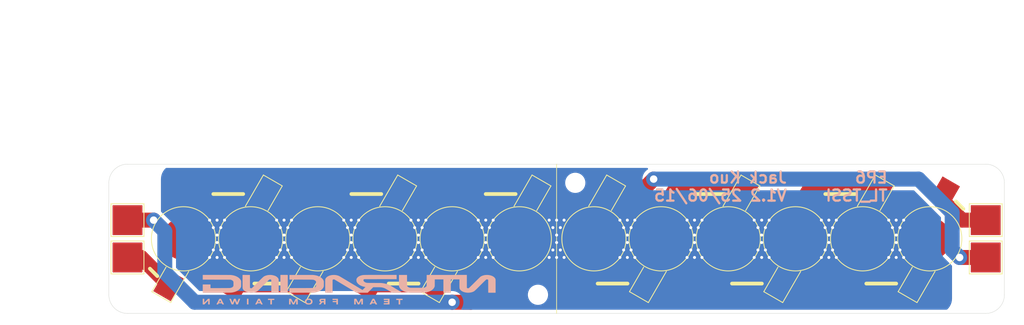
<source format=kicad_pcb>
(kicad_pcb (version 20240108) (generator "pcbnew") (generator_version "8.0")
  (title_block (title "TL_TSSI") (date "2025-06-15") (rev "1.2") (company "NTURacing") (comment 1 "Jack Kuo"))
  (layers (0 "F.Cu" signal) (31 "B.Cu" signal) (34 "B.Paste" user) (35 "F.Paste" user) (36 "B.SilkS" user "B.Silkscreen") (37 "F.SilkS" user "F.Silkscreen") (38 "B.Mask" user) (39 "F.Mask" user) (44 "Edge.Cuts" user))
  (net 0 "")
  (net 1 "Earth")
  (net 2 "Net-(D1-A)")
  (net 3 "Net-(D1-K)")
  (net 4 "Net-(D2-A)")
  (net 5 "Net-(D3-A)")
  (net 6 "Net-(D4-A)")
  (net 7 "Net-(D5-A)")
  (net 8 "Net-(D7-A)")
  (net 9 "Net-(D7-K)")
  (net 10 "Net-(D8-A)")
  (net 11 "Net-(D10-K)")
  (net 12 "Net-(D10-A)")
  (net 13 "Net-(D6-A)")
  (net 14 "Net-(D11-A)")
  (net 15 "Net-(D12-A)")
  (footprint "MountingHole:MountingHole_2.2mm_M2" (layer "F.Cu") (at 66.5 52.5)
    (property "Reference" "H3" (hide yes))
    (property "Value" "MountingHole")
  )
  (footprint "LED_SMD:LED_1W_3W_R8" (layer "F.Cu") (at 119 60 -120)
    (property "Reference" "D6" (hide yes))
    (property "Value" "RED")
  )
  (footprint "LED_SMD:LED_1W_3W_R8" (layer "F.Cu") (at 147 60 -120)
    (property "Reference" "D9" (hide yes))
    (property "Value" "GREEN")
  )
  (footprint "LED_SMD:LED_1W_3W_R8" (layer "F.Cu") (at 165 60 -120)
    (property "Reference" "D11" (hide yes))
    (property "Value" "GREEN")
  )
  (footprint "LED_SMD:LED_1W_3W_R8" (layer "F.Cu") (at 92 60 60)
    (property "Reference" "D3" (hide yes))
    (property "Value" "RED")
  )
  (footprint "MountingHole:MountingHole_2.2mm_M2" (layer "F.Cu") (at 121.5 67.5)
    (property "Reference" "H6" (hide yes))
    (property "Value" "MountingHole")
  )
  (footprint "MountingHole:MountingHole_2.2mm_M2" (layer "F.Cu") (at 181.5 67.5)
    (property "Reference" "H4" (hide yes))
    (property "Value" "MountingHole")
  )
  (footprint "MountingHole:MountingHole_2.2mm_M2" (layer "F.Cu") (at 181.5 52.5)
    (property "Reference" "H1" (hide yes))
    (property "Value" "MountingHole")
  )
  (footprint "MountingHole:MountingHole_2.2mm_M2" (layer "F.Cu") (at 66.5 67.5)
    (property "Reference" "H2" (hide yes))
    (property "Value" "MountingHole")
  )
  (footprint "LED_SMD:LED_1W_3W_R8" (layer "F.Cu") (at 83 60 -120)
    (property "Reference" "D2" (hide yes))
    (property "Value" "RED")
  )
  (footprint "TestPoint:TestPoint_Pad_4.0x4.0mm" (layer "F.Cu") (at 181.5 62.5)
    (property "Reference" "TP3" (hide yes))
    (property "Value" "RED_N")
  )
  (footprint "TestPoint:TestPoint_Pad_4.0x4.0mm" (layer "F.Cu") (at 181.5 57.5)
    (property "Reference" "TP4" (hide yes))
    (property "Value" "RED_P")
  )
  (footprint "LED_SMD:LED_1W_3W_R8" (layer "F.Cu") (at 74 60 60)
    (property "Reference" "D1" (hide yes))
    (property "Value" "RED")
  )
  (footprint "LED_SMD:LED_1W_3W_R8" (layer "F.Cu") (at 101 60 -120)
    (property "Reference" "D4" (hide yes))
    (property "Value" "RED")
  )
  (footprint "LED_SMD:LED_1W_3W_R8" (layer "F.Cu") (at 156 60 60)
    (property "Reference" "D10" (hide yes))
    (property "Value" "GREEN")
  )
  (footprint "LED_SMD:LED_1W_3W_R8" (layer "F.Cu") (at 129 60 -120)
    (property "Reference" "D7" (hide yes))
    (property "Value" "GREEN")
  )
  (footprint "TestPoint:TestPoint_Pad_4.0x4.0mm" (layer "F.Cu") (at 66.5 57.5)
    (property "Reference" "TP2" (hide yes))
    (property "Value" "RED_P")
  )
  (footprint "LED_SMD:LED_1W_3W_R8" (layer "F.Cu") (at 110 60 60)
    (property "Reference" "D5" (hide yes))
    (property "Value" "RED")
  )
  (footprint "TestPoint:TestPoint_Pad_4.0x4.0mm" (layer "F.Cu") (at 66.5 62.5)
    (property "Reference" "TP1" (hide yes))
    (property "Value" "RED_N")
  )
  (footprint "LED_SMD:LED_1W_3W_R8" (layer "F.Cu") (at 138 60 60)
    (property "Reference" "D8" (hide yes))
    (property "Value" "GREEN")
  )
  (footprint "MountingHole:MountingHole_2.2mm_M2" (layer "F.Cu") (at 126.5 52.5)
    (property "Reference" "H5" (hide yes))
    (property "Value" "MountingHole")
  )
  (footprint "LED_SMD:LED_1W_3W_R8" (layer "F.Cu") (at 174 60 60)
    (property "Reference" "D12" (hide yes))
    (property "Value" "GREEN")
  )
  (gr_poly (pts (xy 84.114153 68.034959) (xy 83.999852 68.038133) (xy 83.896133 68.233925) (xy 83.77408 68.467337) (xy 83.684073 68.640722) (xy 83.628395 68.749615) (xy 83.614142 68.778481) (xy 83.609328 68.78955) (xy 83.609914 68.790121) (xy 83.611633 68.790642) (xy 83.618241 68.791535) (xy 83.628694 68.792229) (xy 83.642533 68.792725) (xy 83.678532 68.793122) (xy 83.722568 68.792725) (xy 83.836869 68.78955) (xy 83.873912 68.718642) (xy 83.910954 68.646675) (xy 84.324758 68.646675) (xy 84.360745 68.720758) (xy 84.396725 68.794842) (xy 84.627442 68.794842) (xy 84.507852 68.564125) (xy 84.47157 68.493907) (xy 84.241264 68.493907) (xy 84.241152 68.494275) (xy 84.240096 68.494834) (xy 84.237768 68.495321) (xy 84.229559 68.496094) (xy 84.21706 68.49662) (xy 84.200802 68.496921) (xy 84.159148 68.496954) (xy 84.108862 68.496392) (xy 83.98186 68.493217) (xy 84.048536 68.360925) (xy 84.114153 68.228634) (xy 84.179767 68.359867) (xy 84.192823 68.386218) (xy 84.204837 68.410932) (xy 84.215561 68.433463) (xy 84.224747 68.453265) (xy 84.232147 68.469793) (xy 84.237514 68.482501) (xy 84.239356 68.487252) (xy 84.240598 68.490844) (xy 84.241206 68.493207) (xy 84.241264 68.493907) (xy 84.47157 68.493907) (xy 84.40559 68.366217) (xy 84.35947 68.278078) (xy 84.324758 68.212759) (xy 84.298218 68.163216) (xy 84.274357 68.118038) (xy 84.255853 68.082385) (xy 84.249447 68.069743) (xy 84.245385 68.061417) (xy 84.22951 68.031784)) (stroke (width -0.000001)) (fill solid) (layer "B.SilkS"))
  (gr_poly (pts (xy 86.985412 64.837734) (xy 86.985412 67.228509) (xy 87.980242 67.228509) (xy 87.980242 66.040001) (xy 87.97968 65.577641) (xy 87.978126 65.197832) (xy 87.975779 64.939863) (xy 87.97437 64.868848) (xy 87.972837 64.843026) (xy 87.961316 64.841841) (xy 87.931279 64.840694) (xy 87.823742 64.83866) (xy 87.666398 64.837222) (xy 87.47542 64.836676)) (stroke (width -0.000001)) (fill solid) (layer "B.SilkS"))
  (gr_poly (pts (xy 77.038134 68.293192) (xy 76.783079 68.553542) (xy 76.783079 68.032842) (xy 76.581993 68.032842) (xy 76.581993 68.794842) (xy 76.802129 68.794842) (xy 77.057184 68.532375) (xy 77.312243 68.270967) (xy 77.312243 68.794842) (xy 77.513329 68.794842) (xy 77.513329 68.032842) (xy 77.293193 68.032842)) (stroke (width -0.000001)) (fill solid) (layer "B.SilkS"))
  (gr_poly (pts (xy 85.323829 68.202175) (xy 85.641326 68.202175) (xy 85.641326 68.7959) (xy 85.743986 68.792725) (xy 85.847701 68.78955) (xy 85.850876 68.495334) (xy 85.852992 68.202175) (xy 86.170494 68.202175) (xy 86.170494 68.032842) (xy 85.323829 68.032842)) (stroke (width -0.000001)) (fill solid) (layer "B.SilkS"))
  (gr_poly (pts (xy 81.289462 68.28155) (xy 81.250932 68.378007) (xy 81.218553 68.457101) (xy 81.205724 68.487564) (xy 81.195699 68.510597) (xy 81.188898 68.525172) (xy 81.186839 68.528965) (xy 81.186168 68.529933) (xy 81.185744 68.530259) (xy 81.184661 68.528965) (xy 81.182639 68.525172) (xy 81.175987 68.510597) (xy 81.153729 68.457101) (xy 81.122342 68.378007) (xy 81.085201 68.28155) (xy 80.989953 68.032842) (xy 80.874593 68.034959) (xy 80.760295 68.038133) (xy 80.741244 68.085759) (xy 80.645993 68.343992) (xy 80.568733 68.553542) (xy 80.466077 68.296367) (xy 80.362359 68.038133) (xy 80.255469 68.034959) (xy 80.233862 68.034709) (xy 80.21378 68.034744) (xy 80.195658 68.035052) (xy 80.17993 68.03562) (xy 80.173099 68.035998) (xy 80.167029 68.036436) (xy 80.161775 68.036934) (xy 80.15739 68.037489) (xy 80.153929 68.038099) (xy 80.151447 68.038764) (xy 80.15059 68.039117) (xy 80.149997 68.039482) (xy 80.149677 68.03986) (xy 80.149634 68.040251) (xy 80.161508 68.072513) (xy 80.19382 68.154683) (xy 80.29992 68.419134) (xy 80.450202 68.78955) (xy 80.680918 68.78955) (xy 80.77617 68.542959) (xy 80.813757 68.447825) (xy 80.830399 68.406577) (xy 80.845093 68.370847) (xy 80.857456 68.341617) (xy 80.867102 68.319866) (xy 80.870787 68.3121) (xy 80.873648 68.306572) (xy 80.875638 68.303404) (xy 80.876292 68.302743) (xy 80.876709 68.302717) (xy 80.87876 68.306161) (xy 80.882398 68.313796) (xy 80.893643 68.339759) (xy 80.908857 68.376833) (xy 80.926452 68.421251) (xy 80.97249 68.540181) (xy 81.021703 68.664667) (xy 81.071442 68.794842) (xy 81.297925 68.794842) (xy 81.448211 68.421251) (xy 81.506517 68.276292) (xy 81.554307 68.156138) (xy 81.58662 68.07329) (xy 81.595421 68.049763) (xy 81.598493 68.040251) (xy 81.598355 68.039857) (xy 81.597944 68.03947) (xy 81.596335 68.038717) (xy 81.593721 68.037995) (xy 81.590158 68.037307) (xy 81.58041 68.036046) (xy 81.567536 68.034959) (xy 81.551983 68.03407) (xy 81.534198 68.033404) (xy 81.514627 68.032987) (xy 81.493716 68.032842) (xy 81.388943 68.032842)) (stroke (width -0.000001)) (fill solid) (layer "B.SilkS"))
  (gr_poly (pts (xy 102.511159 68.202175) (xy 102.828658 68.202175) (xy 102.828658 68.794842) (xy 103.040326 68.794842) (xy 103.040326 68.202175) (xy 103.357826 68.202175) (xy 103.357826 68.032842) (xy 102.511159 68.032842)) (stroke (width -0.000001)) (fill solid) (layer "B.SilkS"))
  (gr_poly (pts (xy 90.763959 68.016372) (xy 90.742493 68.016967) (xy 90.700632 68.019696) (xy 90.660761 68.023921) (xy 90.641567 68.026595) (xy 90.622863 68.029645) (xy 90.604647 68.033072) (xy 90.586918 68.036877) (xy 90.569672 68.04106) (xy 90.552907 68.045622) (xy 90.536622 68.050563) (xy 90.520813 68.055886) (xy 90.505479 68.061589) (xy 90.490616 68.067675) (xy 90.476224 68.074144) (xy 90.462299 68.080996) (xy 90.448839 68.088233) (xy 90.435842 68.095855) (xy 90.423305 68.103863) (xy 90.411226 68.112258) (xy 90.399603 68.121041) (xy 90.388434 68.130212) (xy 90.377715 68.139772) (xy 90.367446 68.149722) (xy 90.357623 68.160062) (xy 90.348244 68.170794) (xy 90.339307 68.181919) (xy 90.330809 68.193436) (xy 90.322749 68.205347) (xy 90.315124 68.217653) (xy 90.307931 68.230353) (xy 90.301168 68.243451) (xy 90.292299 68.261884) (xy 90.288609 68.2703) (xy 90.285376 68.278409) (xy 90.282572 68.286381) (xy 90.280165 68.294387) (xy 90.278128 68.302598) (xy 90.27643 68.311184) (xy 90.275042 68.320315) (xy 90.273935 68.330163) (xy 90.273079 68.340898) (xy 90.272444 68.35269) (xy 90.271722 68.380128) (xy 90.271534 68.413842) (xy 90.271753 68.445497) (xy 90.272051 68.459342) (xy 90.272493 68.472017) (xy 90.273098 68.483639) (xy 90.273878 68.494321) (xy 90.274851 68.504178) (xy 90.276032 68.513325) (xy 90.277436 68.521877) (xy 90.279079 68.529949) (xy 90.280976 68.537654) (xy 90.283143 68.545108) (xy 90.285595 68.552426) (xy 90.288348 68.559723) (xy 90.291417 68.567112) (xy 90.294818 68.574709) (xy 90.309366 68.60316) (xy 90.326021 68.629775) (xy 90.34478 68.654555) (xy 90.365644 68.677499) (xy 90.38861 68.698608) (xy 90.413676 68.717881) (xy 90.440842 68.735319) (xy 90.470105 68.750921) (xy 90.501464 68.764688) (xy 90.534917 68.776619) (xy 90.570464 68.786714) (xy 90.608101 68.794974) (xy 90.647829 68.801399) (xy 90.689645 68.805988) (xy 90.733547 68.808741) (xy 90.779535 68.809659) (xy 90.808983 68.809284) (xy 90.837598 68.808162) (xy 90.865374 68.806294) (xy 90.892309 68.803683) (xy 90.918399 68.800332) (xy 90.943641 68.796243) (xy 90.968031 68.791419) (xy 90.991565 68.785863) (xy 91.014241 68.779576) (xy 91.036054 68.772562) (xy 91.057001 68.764822) (xy 91.077079 68.75636) (xy 91.096284 68.747177) (xy 91.114613 68.737277) (xy 91.132063 68.726662) (xy 91.148628 68.715335) (xy 91.164308 68.703297) (xy 91.179096 68.690552) (xy 91.192992 68.677102) (xy 91.205989 68.662949) (xy 91.218087 68.648097) (xy 91.22928 68.632547) (xy 91.239565 68.616302) (xy 91.248939 68.599364) (xy 91.257398 68.581737) (xy 91.26494 68.563423) (xy 91.271559 68.544423) (xy 91.277254 68.524742) (xy 91.282019 68.50438) (xy 91.285853 68.483341) (xy 91.288751 68.461628) (xy 91.29071 68.439242) (xy 91.291555 68.418327) (xy 91.291548 68.4149) (xy 91.081161 68.4149) (xy 91.080805 68.42937) (xy 91.079742 68.443408) (xy 91.077979 68.45701) (xy 91.07552 68.470173) (xy 91.072372 68.482893) (xy 91.068541 68.495165) (xy 91.064032 68.506986) (xy 91.058853 68.518352) (xy 91.053009 68.52926) (xy 91.046505 68.539704) (xy 91.039349 68.549682) (xy 91.031545 68.559189) (xy 91.0231 68.568222) (xy 91.014021 68.576777) (xy 91.004312 68.584849) (xy 90.99398 68.592436) (xy 90.983031 68.599532) (xy 90.971471 68.606135) (xy 90.959307 68.61224) (xy 90.946543 68.617844) (xy 90.933186 68.622942) (xy 90.919242 68.627531) (xy 90.889618 68.635166) (xy 90.857717 68.640717) (xy 90.823589 68.644153) (xy 90.787281 68.645444) (xy 90.748841 68.644559) (xy 90.715439 68.641828) (xy 90.699581 68.639901) (xy 90.684281 68.637597) (xy 90.669539 68.634914) (xy 90.655352 68.631852) (xy 90.641719 68.628409) (xy 90.628639 68.624583) (xy 90.616108 68.620372) (xy 90.604126 68.615775) (xy 90.592691 68.61079) (xy 90.581802 68.605417) (xy 90.571455 68.599653) (xy 90.56165 68.593496) (xy 90.552385 68.586946) (xy 90.543658 68.58) (xy 90.535468 68.572658) (xy 90.527812 68.564917) (xy 90.520689 68.556776) (xy 90.514097 68.548234) (xy 90.508035 68.539288) (xy 90.502501 68.529938) (xy 90.497492 68.520182) (xy 90.493007 68.510018) (xy 90.489045 68.499445) (xy 90.485604 68.488461) (xy 90.482682 68.477064) (xy 90.480277 68.465254) (xy 90.478387 68.453028) (xy 90.477011 68.440385) (xy 90.476148 68.427324) (xy 90.475794 68.413842) (xy 90.476255 68.395992) (xy 90.477646 68.37894) (xy 90.478694 68.370707) (xy 90.47998 68.362666) (xy 90.481504 68.354815) (xy 90.483268 68.347151) (xy 90.485274 68.339671) (xy 90.487524 68.332373) (xy 90.490019 68.325254) (xy 90.49276 68.318313) (xy 90.495749 68.311546) (xy 90.498988 68.304951) (xy 90.502478 68.298525) (xy 90.50622 68.292266) (xy 90.510217 68.286171) (xy 90.51447 68.280239) (xy 90.51898 68.274465) (xy 90.523749 68.268848) (xy 90.528778 68.263386) (xy 90.534069 68.258075) (xy 90.539624 68.252914) (xy 90.545444 68.247899) (xy 90.551531 68.243028) (xy 90.557886 68.238299) (xy 90.56451 68.233709) (xy 90.571406 68.229256) (xy 90.586018 68.220749) (xy 90.601734 68.212759) (xy 90.616124 68.206721) (xy 90.632518 68.201315) (xy 90.65064 68.196555) (xy 90.670211 68.192452) (xy 90.690955 68.189018) (xy 90.712592 68.186267) (xy 90.734847 68.18421) (xy 90.757442 68.18286) (xy 90.780098 68.18223) (xy 90.802539 68.182331) (xy 90.824487 68.183177) (xy 90.845664 68.184779) (xy 90.865794 68.18715) (xy 90.884597 68.190302) (xy 90.901798 68.194248) (xy 90.917118 68.199) (xy 90.937622 68.207041) (xy 90.95668 68.2157) (xy 90.974308 68.225001) (xy 90.990524 68.234967) (xy 91.005344 68.245621) (xy 91.012237 68.251214) (xy 91.018787 68.256987) (xy 91.024996 68.262944) (xy 91.030868 68.269088) (xy 91.036404 68.275421) (xy 91.041605 68.281947) (xy 91.046475 68.288668) (xy 91.051015 68.295587) (xy 91.055228 68.302708) (xy 91.059115 68.310032) (xy 91.062679 68.317564) (xy 91.065922 68.325305) (xy 91.068847 68.333259) (xy 91.071454 68.341429) (xy 91.073746 68.349817) (xy 91.075726 68.358427) (xy 91.078757 68.376323) (xy 91.080563 68.395139) (xy 91.081161 68.4149) (xy 91.291548 68.4149) (xy 91.291512 68.397852) (xy 91.29059 68.377826) (xy 91.288794 68.358255) (xy 91.28613 68.339145) (xy 91.282606 68.320505) (xy 91.278226 68.302341) (xy 91.272999 68.284659) (xy 91.26693 68.267467) (xy 91.260025 68.250773) (xy 91.252292 68.234582) (xy 91.243736 68.218902) (xy 91.234363 68.203739) (xy 91.224181 68.189102) (xy 91.213195 68.174996) (xy 91.201413 68.161429) (xy 91.188839 68.148408) (xy 91.175482 68.135939) (xy 91.161346 68.12403) (xy 91.146439 68.112688) (xy 91.130768 68.101919) (xy 91.114337 68.091731) (xy 91.097154 68.082131) (xy 91.079225 68.073124) (xy 91.060557 68.06472) (xy 91.041155 68.056924) (xy 91.021027 68.049743) (xy 91.000179 68.043185) (xy 90.978617 68.037256) (xy 90.956347 68.031964) (xy 90.90971 68.023317) (xy 90.894147 68.021134) (xy 90.875695 68.019348) (xy 90.855035 68.017959) (xy 90.832849 68.016967) (xy 90.80982 68.016372) (xy 90.786629 68.016173)) (stroke (width -0.000001)) (fill solid) (layer "B.SilkS"))
  (gr_poly (pts (xy 92.634352 68.033256) (xy 92.589737 68.033847) (xy 92.549911 68.03476) (xy 92.514469 68.036046) (xy 92.483006 68.037753) (xy 92.455119 68.039932) (xy 92.430402 68.042632) (xy 92.40845 68.045902) (xy 92.398385 68.047766) (xy 92.38886 68.049792) (xy 92.379824 68.051985) (xy 92.371226 68.054352) (xy 92.363017 68.056898) (xy 92.355144 68.059631) (xy 92.347559 68.062556) (xy 92.34021 68.065679) (xy 92.326018 68.072546) (xy 92.312163 68.080281) (xy 92.298243 68.088933) (xy 92.285795 68.098284) (xy 92.274267 68.108825) (xy 92.263684 68.120478) (xy 92.254074 68.133169) (xy 92.245462 68.14682) (xy 92.237874 68.161357) (xy 92.231338 68.176703) (xy 92.225879 68.192783) (xy 92.221524 68.209519) (xy 92.218299 68.226837) (xy 92.216231 68.244661) (xy 92.215345 68.262914) (xy 92.215669 68.28152) (xy 92.217229 68.300404) (xy 92.22005 68.31949) (xy 92.22416 68.338701) (xy 92.226 68.346049) (xy 92.227965 68.35304) (xy 92.230082 68.359711) (xy 92.232378 68.366101) (xy 92.234878 68.37225) (xy 92.237609 68.378196) (xy 92.240598 68.383977) (xy 92.24387 68.389633) (xy 92.247453 68.395202) (xy 92.251371 68.400723) (xy 92.255653 68.406234) (xy 92.260324 68.411775) (xy 92.26541 68.417384) (xy 92.270938 68.4231) (xy 92.276935 68.428962) (xy 92.283426 68.435009) (xy 92.292864 68.443513) (xy 92.30198 68.451446) (xy 92.31055 68.458635) (xy 92.314561 68.461897) (xy 92.318351 68.464907) (xy 92.321894 68.467644) (xy 92.32516 68.470087) (xy 92.328123 68.472213) (xy 92.330754 68.474002) (xy 92.333025 68.475431) (xy 92.334909 68.476478) (xy 92.336377 68.477122) (xy 92.336946 68.477287) (xy 92.337402 68.477342) (xy 92.338442 68.477391) (xy 92.339574 68.477534) (xy 92.34079 68.477768) (xy 92.342081 68.478086) (xy 92.343441 68.478485) (xy 92.344861 68.478961) (xy 92.346334 68.479507) (xy 92.347852 68.48012) (xy 92.349407 68.480795) (xy 92.350991 68.481528) (xy 92.352598 68.482313) (xy 92.354218 68.483147) (xy 92.357469 68.484939) (xy 92.360683 68.486867) (xy 92.362449 68.48859) (xy 92.363346 68.491028) (xy 92.363326 68.49425) (xy 92.362338 68.498327) (xy 92.360333 68.503327) (xy 92.357262 68.509321) (xy 92.353074 68.516379) (xy 92.34772 68.52457) (xy 92.333317 68.544631) (xy 92.313655 68.570062) (xy 92.288337 68.601421) (xy 92.256967 68.639267) (xy 92.211377 68.695623) (xy 92.174021 68.742454) (xy 92.159641 68.76081) (xy 92.148771 68.774998) (xy 92.141894 68.784424) (xy 92.140104 68.787165) (xy 92.139494 68.788492) (xy 92.140092 68.789087) (xy 92.141848 68.789677) (xy 92.148605 68.790824) (xy 92.159306 68.791896) (xy 92.173492 68.792858) (xy 92.190705 68.79367) (xy 92.210484 68.794296) (xy 92.232373 68.794699) (xy 92.25591 68.794842) (xy 92.372327 68.794842) (xy 92.485567 68.657259) (xy 92.598808 68.519675) (xy 92.816827 68.519675) (xy 92.817883 68.627625) (xy 92.818223 68.686853) (xy 92.818377 68.710186) (xy 92.81881 68.729771) (xy 92.81974 68.74594) (xy 92.820458 68.752846) (xy 92.821382 68.759022) (xy 92.822538 68.764509) (xy 92.823955 68.769348) (xy 92.825657 68.77358) (xy 92.827674 68.777247) (xy 92.830032 68.78039) (xy 92.832758 68.783051) (xy 92.83588 68.78527) (xy 92.839424 68.787088) (xy 92.843417 68.788548) (xy 92.847887 68.789691) (xy 92.852861 68.790557) (xy 92.858366 68.791187) (xy 92.871077 68.791909) (xy 92.886238 68.792186) (xy 92.924776 68.792725) (xy 93.028493 68.7959) (xy 93.028493 68.350342) (xy 92.822118 68.350342) (xy 92.644317 68.350342) (xy 92.615446 68.350314) (xy 92.589801 68.350214) (xy 92.567165 68.350021) (xy 92.547315 68.349714) (xy 92.530033 68.34927) (xy 92.515098 68.348668) (xy 92.508442 68.348301) (xy 92.50229 68.347886) (xy 92.496615 68.347421) (xy 92.491389 68.346902) (xy 92.486585 68.346328) (xy 92.482175 68.345696) (xy 92.478131 68.345002) (xy 92.474427 68.344244) (xy 92.471034 68.34342) (xy 92.467925 68.342526) (xy 92.465073 68.34156) (xy 92.46245 68.340519) (xy 92.460029 68.339401) (xy 92.457781 68.338203) (xy 92.45568 68.336921) (xy 92.453698 68.335554) (xy 92.451808 68.334099) (xy 92.449981 68.332552) (xy 92.448191 68.330912) (xy 92.44641 68.329175) (xy 92.443818 68.326415) (xy 92.441399 68.323497) (xy 92.439153 68.320434) (xy 92.437079 68.317236) (xy 92.435178 68.313914) (xy 92.433448 68.310479) (xy 92.43189 68.306941) (xy 92.430502 68.303312) (xy 92.429285 68.299603) (xy 92.428238 68.295823) (xy 92.427361 68.291985) (xy 92.426653 68.288099) (xy 92.426114 68.284175) (xy 92.425744 68.280225) (xy 92.425542 68.27626) (xy 92.425508 68.27229) (xy 92.425641 68.268326) (xy 92.425941 68.264379) (xy 92.426408 68.26046) (xy 92.427041 68.25658) (xy 92.42784 68.25275) (xy 92.428805 68.24898) (xy 92.429934 68.245281) (xy 92.431229 68.241665) (xy 92.432687 68.238141) (xy 92.43431 68.234721) (xy 92.436096 68.231416) (xy 92.438045 68.228237) (xy 92.440157 68.225194) (xy 92.442432 68.222298) (xy 92.444868 68.219561) (xy 92.447466 68.216992) (xy 92.451305 68.2138) (xy 92.4554 68.210954) (xy 92.459936 68.208428) (xy 92.465095 68.206194) (xy 92.47106 68.204227) (xy 92.478014 68.2025) (xy 92.486141 68.200987) (xy 92.495622 68.199662) (xy 92.51938 68.197469) (xy 92.550754 68.195709) (xy 92.591206 68.194174) (xy 92.642201 68.19265) (xy 92.81471 68.189475) (xy 92.818943 68.269909) (xy 92.822118 68.350342) (xy 93.028493 68.350342) (xy 93.028493 68.032842) (xy 92.739567 68.032842)) (stroke (width -0.000001)) (fill solid) (layer "B.SilkS"))
  (gr_poly (pts (xy 88.1972 64.841968) (xy 88.1972 65.466384) (xy 89.755067 65.468501) (xy 90.320698 65.469553) (xy 90.54736 65.470154) (xy 90.74059 65.470965) (xy 90.90339 65.472104) (xy 91.038765 65.473691) (xy 91.149716 65.475846) (xy 91.196971 65.477173) (xy 91.239247 65.478687) (xy 91.276918 65.480403) (xy 91.31036 65.482335) (xy 91.339949 65.484498) (xy 91.366059 65.486908) (xy 91.389066 65.489579) (xy 91.409346 65.492526) (xy 91.427274 65.495764) (xy 91.443225 65.499308) (xy 91.457574 65.503173) (xy 91.470698 65.507374) (xy 91.48297 65.511926) (xy 91.494768 65.516843) (xy 91.518438 65.527834) (xy 91.544711 65.540468) (xy 91.563384 65.549529) (xy 91.580942 65.558486) (xy 91.597433 65.567384) (xy 91.612907 65.576269) (xy 91.627413 65.585184) (xy 91.641002 65.594176) (xy 91.653722 65.603288) (xy 91.665624 65.612566) (xy 91.676758 65.622056) (xy 91.687171 65.6318) (xy 91.696915 65.641846) (xy 91.706039 65.652237) (xy 91.714593 65.663019) (xy 91.722625 65.674237) (xy 91.730187 65.685935) (xy 91.737327 65.698159) (xy 91.769077 65.752134) (xy 91.769077 66.030476) (xy 91.768955 66.11266) (xy 91.768498 66.178163) (xy 91.768102 66.205368) (xy 91.76757 66.229254) (xy 91.766887 66.250105) (xy 91.766034 66.268204) (xy 91.764996 66.283835) (xy 91.763754 66.297281) (xy 91.762293 66.308827) (xy 91.760594 66.318756) (xy 91.758641 66.327351) (xy 91.756416 66.334897) (xy 91.753903 66.341678) (xy 91.751085 66.347976) (xy 91.744851 66.359878) (xy 91.737678 66.371753) (xy 91.729593 66.383576) (xy 91.720624 66.39532) (xy 91.7108 66.406958) (xy 91.700148 66.418464) (xy 91.688696 66.429813) (xy 91.676472 66.440977) (xy 91.663503 66.45193) (xy 91.649819 66.462646) (xy 91.635446 66.473098) (xy 91.620413 66.483261) (xy 91.604747 66.493107) (xy 91.588477 66.50261) (xy 91.57163 66.511745) (xy 91.554234 66.520484) (xy 91.499194 66.547468) (xy 91.446498 66.567282) (xy 91.37071 66.581094) (xy 91.246391 66.590069) (xy 91.048104 66.595373) (xy 90.750413 66.598172) (xy 89.755067 66.600917) (xy 88.191908 66.605151) (xy 88.191908 67.229568) (xy 89.807984 67.225334) (xy 90.663515 67.222771) (xy 90.953292 67.221148) (xy 91.168208 67.219116) (xy 91.321113 67.216539) (xy 91.424854 67.213279) (xy 91.462304 67.211351) (xy 91.492282 67.209201) (xy 91.516393 67.206812) (xy 91.536244 67.204167) (xy 91.624137 67.189472) (xy 91.709213 67.172773) (xy 91.791458 67.154077) (xy 91.870859 67.133391) (xy 91.9474 67.110721) (xy 92.021069 67.086072) (xy 92.091852 67.059452) (xy 92.159733 67.030865) (xy 92.224701 67.000319) (xy 92.286739 66.96782) (xy 92.345836 66.933374) (xy 92.401975 66.896986) (xy 92.455145 66.858664) (xy 92.50533 66.818413) (xy 92.552517 66.77624) (xy 92.596692 66.732151) (xy 92.614736 66.712698) (xy 92.631608 66.693951) (xy 92.647377 66.675801) (xy 92.66211 66.658134) (xy 92.675876 66.640838) (xy 92.688742 66.623804) (xy 92.700777 66.606918) (xy 92.71205 66.590069) (xy 92.722629 66.573146) (xy 92.73258 66.556037) (xy 92.741974 66.538631) (xy 92.750878 66.520815) (xy 92.759361 66.502478) (xy 92.767489 66.483509) (xy 92.775333 66.463795) (xy 92.782959 66.443226) (xy 92.811535 66.365968) (xy 92.811535 65.699217) (xy 92.782959 65.621959) (xy 92.776455 65.604935) (xy 92.76902 65.58677) (xy 92.760915 65.568009) (xy 92.752401 65.549199) (xy 92.743737 65.530885) (xy 92.735186 65.513612) (xy 92.727007 65.497927) (xy 92.71946 65.484376) (xy 92.708602 65.46703) (xy 92.695249 65.448105) (xy 92.67966 65.427856) (xy 92.662095 65.406539) (xy 92.642812 65.384409) (xy 92.62207 65.361723) (xy 92.600129 65.338736) (xy 92.577246 65.315704) (xy 92.553681 65.292883) (xy 92.529693 65.270528) (xy 92.505541 65.248896) (xy 92.481484 65.228243) (xy 92.457779 65.208823) (xy 92.434688 65.190893) (xy 92.412468 65.174709) (xy 92.391377 65.160526) (xy 92.338894 65.127834) (xy 92.284645 65.096834) (xy 92.22865 65.067529) (xy 92.170929 65.039925) (xy 92.111504 65.014027) (xy 92.050393 64.989839) (xy 91.987617 64.967365) (xy 91.923196 64.94661) (xy 91.85715 64.92758) (xy 91.789501 64.910278) (xy 91.720266 64.894709) (xy 91.649468 64.880878) (xy 91.577125 64.868789) (xy 91.503258 64.858448) (xy 91.427888 64.849859) (xy 91.351034 64.843026) (xy 89.752952 64.840909)) (stroke (width -0.000001)) (fill solid) (layer "B.SilkS"))
  (gr_poly (pts (xy 76.581993 65.471676) (xy 78.446775 65.473792) (xy 80.31262 65.476967) (xy 80.381409 65.501309) (xy 80.410026 65.512164) (xy 80.437152 65.523311) (xy 80.462812 65.534767) (xy 80.487029 65.546553) (xy 80.509825 65.558685) (xy 80.531224 65.571184) (xy 80.55125 65.584067) (xy 80.569926 65.597353) (xy 80.587274 65.61106) (xy 80.603319 65.625208) (xy 80.618083 65.639815) (xy 80.63159 65.6549) (xy 80.643863 65.67048) (xy 80.654925 65.686575) (xy 80.6648 65.703204) (xy 80.67351 65.720384) (xy 80.68159 65.73814) (xy 80.684893 65.746657) (xy 80.687748 65.755474) (xy 80.690188 65.764999) (xy 80.692244 65.775637) (xy 80.69395 65.787793) (xy 80.695338 65.801876) (xy 80.697292 65.837442) (xy 80.698365 65.885583) (xy 80.69891 66.032593) (xy 80.69878 66.112369) (xy 80.698582 66.145623) (xy 80.698265 66.174905) (xy 80.697806 66.200554) (xy 80.69718 66.222906) (xy 80.696366 66.242301) (xy 80.695338 66.259076) (xy 80.694076 66.273569) (xy 80.692554 66.286117) (xy 80.69075 66.29706) (xy 80.688641 66.306734) (xy 80.686203 66.315478) (xy 80.683413 66.32363) (xy 80.680248 66.331528) (xy 80.676685 66.339509) (xy 80.663602 66.365163) (xy 80.647824 66.389708) (xy 80.629436 66.413102) (xy 80.608521 66.435305) (xy 80.585163 66.456273) (xy 80.559445 66.475966) (xy 80.531452 66.494341) (xy 80.501266 66.511356) (xy 80.468972 66.52697) (xy 80.434653 66.54114) (xy 80.398393 66.553825) (xy 80.360276 66.564984) (xy 80.320386 66.574573) (xy 80.278805 66.582552) (xy 80.235619 66.588878) (xy 80.19091 66.593509) (xy 80.048117 66.597395) (xy 79.748659 66.600785) (xy 78.843653 66.604093) (xy 77.619161 66.604093) (xy 77.619161 66.117259) (xy 76.581993 66.117259) (xy 76.581993 67.228509) (xy 78.399153 67.22745) (xy 79.717306 67.223746) (xy 80.144907 67.220605) (xy 80.333787 67.216867) (xy 80.386153 67.212002) (xy 80.4378 67.206119) (xy 80.488901 67.199194) (xy 80.539631 67.191203) (xy 80.590161 67.18212) (xy 80.640667 67.171921) (xy 80.691322 67.160581) (xy 80.742299 67.148076) (xy 80.832041 67.123663) (xy 80.918596 67.096143) (xy 81.001807 67.065634) (xy 81.081512 67.032254) (xy 81.157552 66.996121) (xy 81.229768 66.957352) (xy 81.297999 66.916066) (xy 81.362087 66.87238) (xy 81.421871 66.826412) (xy 81.477191 66.778279) (xy 81.503128 66.753438) (xy 81.527889 66.7281) (xy 81.551455 66.70228) (xy 81.573804 66.675993) (xy 81.594918 66.649253) (xy 81.614777 66.622075) (xy 81.63336 66.594474) (xy 81.650648 66.566464) (xy 81.66662 66.53806) (xy 81.681257 66.509278) (xy 81.694538 66.480131) (xy 81.706445 66.450634) (xy 81.714174 66.429112) (xy 81.720069 66.407639) (xy 81.724377 66.381801) (xy 81.727346 66.347182) (xy 81.729223 66.299367) (xy 81.730257 66.23394) (xy 81.730787 66.032593) (xy 81.730695 65.918698) (xy 81.730257 65.831245) (xy 81.72983 65.796054) (xy 81.729223 65.765818) (xy 81.728405 65.739985) (xy 81.727346 65.718003) (xy 81.726013 65.69932) (xy 81.724377 65.683384) (xy 81.723435 65.676273) (xy 81.722406 65.669643) (xy 81.721285 65.663423) (xy 81.720069 65.657546) (xy 81.717336 65.64654) (xy 81.714174 65.636073) (xy 81.710554 65.625594) (xy 81.706445 65.614551) (xy 81.673111 65.539566) (xy 81.630924 65.467159) (xy 81.580282 65.397552) (xy 81.521583 65.330967) (xy 81.455225 65.267625) (xy 81.381608 65.207748) (xy 81.301129 65.151557) (xy 81.214187 65.099275) (xy 81.12118 65.051122) (xy 81.022507 65.007322) (xy 80.918566 64.968094) (xy 80.809755 64.933662) (xy 80.696474 64.904247) (xy 80.57912 64.88007) (xy 80.458091 64.861353) (xy 80.333787 64.848318) (xy 79.723525 64.841835) (xy 78.404445 64.837734) (xy 76.581993 64.836676)) (stroke (width -0.000001)) (fill solid) (layer "B.SilkS"))
  (gr_poly (pts (xy 82.606027 68.034959) (xy 82.503367 68.038133) (xy 82.503367 68.78955) (xy 82.606027 68.792725) (xy 82.709745 68.7959) (xy 82.709745 68.031784)) (stroke (width -0.000001)) (fill solid) (layer "B.SilkS"))
  (gr_poly (pts (xy 93.970409 68.202175) (xy 94.488993 68.202175) (xy 94.488993 68.329175) (xy 93.994751 68.329175) (xy 93.992633 68.40855) (xy 93.990516 68.487925) (xy 94.488993 68.487925) (xy 94.488993 68.7959) (xy 94.591651 68.792725) (xy 94.695368 68.78955) (xy 94.698543 68.424425) (xy 94.698939 68.281451) (xy 94.698542 68.162488) (xy 94.697352 68.080037) (xy 94.696459 68.056411) (xy 94.695938 68.049681) (xy 94.695368 68.0466) (xy 94.693814 68.044702) (xy 94.690227 68.04297) (xy 94.676268 68.039986) (xy 94.652114 68.037596) (xy 94.616389 68.035752) (xy 94.567716 68.034405) (xy 94.504718 68.033504) (xy 94.330243 68.032842) (xy 93.970409 68.032842)) (stroke (width -0.000001)) (fill solid) (layer "B.SilkS"))
  (gr_poly (pts (xy 78.612936 68.404317) (xy 78.474294 68.669429) (xy 78.431366 68.752277) (xy 78.419452 68.775804) (xy 78.415029 68.785317) (xy 78.414981 68.78581) (xy 78.41523 68.786296) (xy 78.416591 68.787245) (xy 78.419056 68.788161) (xy 78.422569 68.789037) (xy 78.432515 68.790656) (xy 78.445983 68.792064) (xy 78.462528 68.793223) (xy 78.481701 68.794098) (xy 78.503058 68.79465) (xy 78.526152 68.794842) (xy 78.641508 68.794842) (xy 78.677496 68.720758) (xy 78.713476 68.646675) (xy 79.131517 68.646675) (xy 79.166442 68.717584) (xy 79.201368 68.78955) (xy 79.314611 68.792725) (xy 79.337754 68.793021) (xy 79.35926 68.793106) (xy 79.378681 68.792967) (xy 79.395573 68.792593) (xy 79.409488 68.791971) (xy 79.41519 68.791563) (xy 79.41998 68.791088) (xy 79.423803 68.790546) (xy 79.426602 68.789933) (xy 79.427601 68.7896) (xy 79.428323 68.789249) (xy 79.428761 68.78888) (xy 79.428909 68.788492) (xy 79.414241 68.758115) (xy 79.374272 68.679616) (xy 79.276287 68.490439) (xy 79.04582 68.490439) (xy 79.045507 68.490835) (xy 79.043896 68.491621) (xy 79.041027 68.492395) (xy 79.036963 68.493151) (xy 79.025516 68.494581) (xy 79.010075 68.495863) (xy 78.991162 68.496946) (xy 78.969297 68.497781) (xy 78.945001 68.498318) (xy 78.918796 68.498509) (xy 78.78756 68.498509) (xy 78.85212 68.366217) (xy 78.864973 68.33987) (xy 78.877156 68.315185) (xy 78.888396 68.292733) (xy 78.898421 68.273084) (xy 78.906958 68.256808) (xy 78.913734 68.244476) (xy 78.916376 68.239967) (xy 78.918476 68.236658) (xy 78.92 68.23462) (xy 78.920534 68.234101) (xy 78.920912 68.233925) (xy 78.922826 68.236325) (xy 78.926798 68.243151) (xy 78.939828 68.267842) (xy 78.978589 68.345712) (xy 79.019732 68.431718) (xy 79.03574 68.466579) (xy 79.045794 68.490042) (xy 79.04582 68.490439) (xy 79.276287 68.490439) (xy 79.242643 68.425483) (xy 79.045794 68.050834) (xy 79.044264 68.048016) (xy 79.042383 68.045503) (xy 79.04005 68.043278) (xy 79.037162 68.041325) (xy 79.033616 68.039626) (xy 79.029311 68.038165) (xy 79.024144 68.036923) (xy 79.018012 68.035885) (xy 79.010814 68.035032) (xy 79.002447 68.034349) (xy 78.981797 68.033421) (xy 78.955243 68.032964) (xy 78.921967 68.032842) (xy 78.806611 68.032842)) (stroke (width -0.000001)) (fill solid) (layer "B.SilkS"))
  (gr_poly (pts (xy 109.281317 64.839851) (xy 106.591033 64.841968) (xy 106.585742 65.572218) (xy 106.58045 66.302468) (xy 106.551875 66.352209) (xy 106.545147 66.362755) (xy 106.538036 66.372979) (xy 106.530506 66.382905) (xy 106.522522 66.392558) (xy 106.514049 66.401963) (xy 106.50505 66.411145) (xy 106.495489 66.420128) (xy 106.485332 66.428938) (xy 106.474542 66.437599) (xy 106.463084 66.446136) (xy 106.450923 66.454574) (xy 106.438021 66.462937) (xy 106.424345 66.471251) (xy 106.409858 66.47954) (xy 106.394524 66.487829) (xy 106.378309 66.496142) (xy 106.329791 66.520459) (xy 106.284845 66.538476) (xy 106.259153 66.545416) (xy 106.228885 66.551134) (xy 106.147328 66.559378) (xy 106.025586 66.564149) (xy 105.849076 66.566389) (xy 105.273408 66.567051) (xy 104.991741 66.56697) (xy 104.774057 66.566604) (xy 104.611217 66.565767) (xy 104.547506 66.565114) (xy 104.494078 66.564273) (xy 104.449791 66.563221) (xy 104.413502 66.561935) (xy 104.384069 66.560391) (xy 104.360348 66.558567) (xy 104.341198 66.55644) (xy 104.325475 66.553985) (xy 104.312037 66.551179) (xy 104.299742 66.548001) (xy 104.271701 66.539426) (xy 104.244384 66.530005) (xy 104.21787 66.519784) (xy 104.192238 66.508809) (xy 104.167568 66.497128) (xy 104.143938 66.484786) (xy 104.121426 66.47183) (xy 104.100114 66.458307) (xy 104.080079 66.444263) (xy 104.0614 66.429745) (xy 104.044157 66.414798) (xy 104.028429 66.39947) (xy 104.021157 66.391678) (xy 104.014294 66.383808) (xy 104.007849 66.375865) (xy 104.001832 66.367857) (xy 103.996253 66.359788) (xy 103.991122 66.351664) (xy 103.986449 66.343492) (xy 103.982243 66.335276) (xy 103.974903 66.318405) (xy 103.969361 66.296151) (xy 103.965332 66.259857) (xy 103.962531 66.200867) (xy 103.959472 65.980172) (xy 103.957901 65.564809) (xy 103.955784 64.841968) (xy 102.876284 64.841968) (xy 102.876284 66.344801) (xy 102.900624 66.418884) (xy 102.907883 66.439413) (xy 102.915778 66.45974) (xy 102.924328 66.479883) (xy 102.933549 66.499863) (xy 102.943458 66.519701) (xy 102.954072 66.539416) (xy 102.965409 66.559029) (xy 102.977486 66.57856) (xy 102.990319 66.598029) (xy 103.003926 66.617456) (xy 103.018323 66.636861) (xy 103.033528 66.656265) (xy 103.049558 66.675687) (xy 103.06643 66.695148) (xy 103.084161 66.714668) (xy 103.102767 66.734267) (xy 103.14675 66.777437) (xy 103.193736 66.818824) (xy 103.243677 66.858411) (xy 103.296525 66.896176) (xy 103.352231 66.932099) (xy 103.410748 66.96616) (xy 103.472028 66.998339) (xy 103.536022 67.028616) (xy 103.602683 67.056971) (xy 103.671962 67.083383) (xy 103.743812 67.107832) (xy 103.818184 67.130299) (xy 103.89503 67.150763) (xy 103.974302 67.169203) (xy 104.055953 67.1856) (xy 104.139933 67.199934) (xy 104.245436 67.213395) (xy 104.310863 67.217533) (xy 104.401342 67.220307) (xy 104.707267 67.222854) (xy 105.262826 67.223218) (xy 105.727649 67.222556) (xy 105.902321 67.221655) (xy 106.042949 67.220307) (xy 106.152869 67.218463) (xy 106.235417 67.216073) (xy 106.293929 67.213089) (xy 106.331741 67.209459) (xy 106.423812 67.195644) (xy 106.513074 67.179607) (xy 106.5995 67.161355) (xy 106.683059 67.140899) (xy 106.763722 67.118247) (xy 106.84146 67.09341) (xy 106.916242 67.066396) (xy 106.988041 67.037215) (xy 107.056826 67.005876) (xy 107.122567 66.972388) (xy 107.185236 66.936761) (xy 107.244802 66.899004) (xy 107.301237 66.859126) (xy 107.354511 66.817136) (xy 107.404595 66.773044) (xy 107.451458 66.726859) (xy 107.469178 66.708044) (xy 107.48586 66.689642) (xy 107.50156 66.671572) (xy 107.516331 66.653751) (xy 107.530227 66.636099) (xy 107.543304 66.618531) (xy 107.555614 66.600966) (xy 107.567213 66.583323) (xy 107.578155 66.565518) (xy 107.588494 66.547469) (xy 107.598283 66.529096) (xy 107.607579 66.510314) (xy 107.616434 66.491043) (xy 107.624903 66.471199) (xy 107.63304 66.450701) (xy 107.6409 66.429467) (xy 107.670534 66.344801) (xy 107.673708 65.891834) (xy 107.676884 65.439926) (xy 108.829408 65.439926) (xy 108.829408 67.228509) (xy 109.824242 67.228509) (xy 109.824242 65.439926) (xy 110.977825 65.439926) (xy 110.977825 66.015659) (xy 110.97799 66.230699) (xy 110.978383 66.318152) (xy 110.979148 66.393749) (xy 110.980409 66.458629) (xy 110.98229 66.513935) (xy 110.983502 66.538355) (xy 110.984915 66.560808) (xy 110.986545 66.581438) (xy 110.988408 66.600388) (xy 110.990519 66.6178) (xy 110.992894 66.633817) (xy 110.995547 66.64858) (xy 110.998496 66.662234) (xy 111.001754 66.674921) (xy 111.005338 66.686783) (xy 111.009262 66.697962) (xy 111.013544 66.708603) (xy 111.018197 66.718846) (xy 111.023238 66.728835) (xy 111.028682 66.738712) (xy 111.034545 66.748621) (xy 111.047588 66.769101) (xy 111.062492 66.791417) (xy 111.093402 66.833786) (xy 111.128497 66.874335) (xy 111.167648 66.913005) (xy 111.210724 66.949737) (xy 111.257596 66.984473) (xy 111.308132 67.017152) (xy 111.362203 67.047717) (xy 111.419679 67.076109) (xy 111.480429 67.102268) (xy 111.544322 67.126136) (xy 111.61123 67.147653) (xy 111.681021 67.166762) (xy 111.753565 67.183402) (xy 111.828733 67.197516) (xy 111.906393 67.209043) (xy 111.986416 67.217926) (xy 112.041007 67.222148) (xy 112.096312 67.224516) (xy 112.152153 67.22506) (xy 112.208352 67.223813) (xy 112.264731 67.220804) (xy 112.321112 67.216065) (xy 112.377316 67.209628) (xy 112.433165 67.201522) (xy 112.488481 67.191779) (xy 112.543085 67.180429) (xy 112.5968 67.167505) (xy 112.649446 67.153037) (xy 112.700845 67.137055) (xy 112.75082 67.119592) (xy 112.799192 67.100677) (xy 112.845783 67.080343) (xy 112.8979 67.054566) (xy 112.948987 67.023556) (xy 112.977264 67.003244) (xy 113.009029 66.978209) (xy 113.088009 66.909421) (xy 113.195911 66.80809) (xy 113.34272 66.665112) (xy 113.792991 66.217801) (xy 113.974799 66.036342) (xy 114.131046 65.881152) (xy 114.262563 65.751411) (xy 114.37018 65.646301) (xy 114.454729 65.565003) (xy 114.51704 65.5067) (xy 114.540116 65.485915) (xy 114.557945 65.470572) (xy 114.57063 65.460568) (xy 114.578274 65.455801) (xy 114.592585 65.45075) (xy 114.607631 65.4467) (xy 114.623253 65.443632) (xy 114.639294 65.44153) (xy 114.655595 65.440377) (xy 114.671999 65.440155) (xy 114.688347 65.440848) (xy 114.704481 65.442439) (xy 114.720243 65.444911) (xy 114.735474 65.448246) (xy 114.750017 65.452427) (xy 114.763714 65.457438) (xy 114.776406 65.463261) (xy 114.782326 65.466472) (xy 114.787936 65.469879) (xy 114.793215 65.473482) (xy 114.798145 65.477276) (xy 114.802704 65.481261) (xy 114.806874 65.485434) (xy 114.830158 65.509776) (xy 114.832274 66.367026) (xy 114.83545 67.223218) (xy 115.329691 67.226392) (xy 115.824991 67.228509) (xy 115.824991 66.344801) (xy 115.824906 66.059276) (xy 115.824511 65.841977) (xy 115.824132 65.755706) (xy 115.823596 65.682646) (xy 115.822877 65.621513) (xy 115.821948 65.571027) (xy 115.820784 65.529904) (xy 115.819358 65.496863) (xy 115.818539 65.482972) (xy 115.817644 65.470621) (xy 115.81667 65.45965) (xy 115.815615 65.449897) (xy 115.814474 65.441204) (xy 115.813245 65.433409) (xy 115.811924 65.426352) (xy 115.810507 65.419873) (xy 115.807376 65.408009) (xy 115.803824 65.396534) (xy 115.782568 65.344008) (xy 115.755067 65.29328) (xy 115.72155 65.244488) (xy 115.682248 65.197766) (xy 115.63739 65.153252) (xy 115.587205 65.111082) (xy 115.531923 65.071392) (xy 115.471772 65.03432) (xy 115.406984 65) (xy 115.337786 64.968571) (xy 115.264408 64.940167) (xy 115.187081 64.914926) (xy 115.106032 64.892985) (xy 115.021493 64.874478) (xy 114.933691 64.859544) (xy 114.842858 64.848318) (xy 114.797752 64.844779) (xy 114.743159 64.842828) (xy 114.682291 64.842364) (xy 114.618359 64.843291) (xy 114.554576 64.845506) (xy 114.494154 64.848913) (xy 114.440305 64.853411) (xy 114.396241 64.858901) (xy 114.35423 64.865835) (xy 114.313106 64.873544) (xy 114.272842 64.882034) (xy 114.233407 64.891312) (xy 114.194772 64.901384) (xy 114.156907 64.912256) (xy 114.119783 64.923934) (xy 114.083371 64.936424) (xy 114.047641 64.949732) (xy 114.012564 64.963866) (xy 113.97811 64.97883) (xy 113.94425 64.994632) (xy 113.910954 65.011277) (xy 113.878193 65.028771) (xy 113.845938 65.047122) (xy 113.814158 65.066334) (xy 113.788409 65.087178) (xy 113.739529 65.131686) (xy 113.575901 65.28832) (xy 113.330318 65.529487) (xy 113.009825 65.848443) (xy 112.827713 66.029856) (xy 112.671323 66.184926) (xy 112.539788 66.314498) (xy 112.432239 66.419413) (xy 112.347808 66.500516) (xy 112.285627 66.55865) (xy 112.262609 66.579367) (xy 112.244827 66.594658) (xy 112.232175 66.604629) (xy 112.224541 66.609384) (xy 112.210498 66.614435) (xy 112.195836 66.618485) (xy 112.180681 66.621553) (xy 112.165159 66.623655) (xy 112.149395 66.624808) (xy 112.133514 66.62503) (xy 112.117643 66.624336) (xy 112.101907 66.622745) (xy 112.086431 66.620274) (xy 112.071342 66.616939) (xy 112.056763 66.612758) (xy 112.042822 66.607747) (xy 112.029644 66.601924) (xy 112.017354 66.595305) (xy 112.006078 66.587909) (xy 112.00086 66.583924) (xy 111.995942 66.579751) (xy 111.972658 66.558584) (xy 111.972658 64.836676)) (stroke (width -0.000001)) (fill solid) (layer "B.SilkS"))
  (gr_poly (pts (xy 81.915994 65.718267) (xy 81.916112 65.972947) (xy 81.91654 66.175947) (xy 81.917389 66.33343) (xy 81.918772 66.45156) (xy 81.9208 66.536502) (xy 81.922091 66.568453) (xy 81.923584 66.594418) (xy 81.925295 66.615169) (xy 81.927237 66.631474) (xy 81.929424 66.644106) (xy 81.931869 66.653834) (xy 81.942689 66.685873) (xy 81.95586 66.717283) (xy 81.971319 66.748032) (xy 81.989006 66.778093) (xy 82.030816 66.836032) (xy 82.080796 66.890867) (xy 82.138452 66.942367) (xy 82.203293 66.990297) (xy 82.274825 67.034426) (xy 82.352556 67.074521) (xy 82.435991 67.11035) (xy 82.524638 67.14168) (xy 82.618005 67.168279) (xy 82.715597 67.189913) (xy 82.816923 67.206351) (xy 82.921489 67.217359) (xy 83.028802 67.222706) (xy 83.13837 67.222159) (xy 83.191677 67.219715) (xy 83.244059 67.21595) (xy 83.295533 67.210857) (xy 83.346116 67.204432) (xy 83.395824 67.196667) (xy 83.444675 67.187556) (xy 83.492685 67.177094) (xy 83.539873 67.165274) (xy 83.586254 67.152089) (xy 83.631847 67.137534) (xy 83.676667 67.121602) (xy 83.720733 67.104287) (xy 83.76406 67.085583) (xy 83.806667 67.065484) (xy 83.84857 67.043984) (xy 83.889787 67.021075) (xy 83.919808 67.001674) (xy 83.95732 66.972425) (xy 84.00922 66.926756) (xy 84.082402 66.858092) (xy 84.320196 66.62549) (xy 84.725868 66.222034) (xy 85.066536 65.883831) (xy 85.198974 65.753374) (xy 85.30729 65.647624) (xy 85.392339 65.565785) (xy 85.454977 65.507064) (xy 85.478159 65.486125) (xy 85.49606 65.470667) (xy 85.508786 65.460592) (xy 85.516445 65.455801) (xy 85.524036 65.452988) (xy 85.531909 65.450498) (xy 85.540034 65.448328) (xy 85.548384 65.44647) (xy 85.556929 65.444921) (xy 85.565641 65.443676) (xy 85.583449 65.442076) (xy 85.60158 65.441629) (xy 85.619804 65.442295) (xy 85.637892 65.444034) (xy 85.655614 65.446805) (xy 85.67274 65.450569) (xy 85.689042 65.455284) (xy 85.70429 65.460911) (xy 85.711446 65.464054) (xy 85.718253 65.467409) (xy 85.724682 65.470973) (xy 85.730704 65.474739) (xy 85.73629 65.478702) (xy 85.741412 65.482859) (xy 85.746041 65.487202) (xy 85.750148 65.491729) (xy 85.753705 65.496433) (xy 85.756683 65.501309) (xy 85.759615 65.518906) (xy 85.762076 65.561121) (xy 85.765682 65.722633) (xy 85.7677 65.992293) (xy 85.768328 66.376551) (xy 85.768328 67.229568) (xy 86.265745 67.228509) (xy 86.763158 67.22745) (xy 86.763158 66.350092) (xy 86.763074 66.068828) (xy 86.762679 65.854164) (xy 86.762299 65.768683) (xy 86.761763 65.696104) (xy 86.761044 65.635177) (xy 86.760116 65.584653) (xy 86.758952 65.543281) (xy 86.757526 65.509813) (xy 86.755812 65.482999) (xy 86.753784 65.461589) (xy 86.752643 65.45252) (xy 86.751414 65.444333) (xy 86.750093 65.436873) (xy 86.748677 65.429983) (xy 86.745546 65.417289) (xy 86.741995 65.405001) (xy 86.73177 65.375763) (xy 86.719384 65.346819) (xy 86.704884 65.318213) (xy 86.688315 65.28999) (xy 86.669726 65.262194) (xy 86.649161 65.234872) (xy 86.626667 65.208067) (xy 86.602292 65.181825) (xy 86.576081 65.15619) (xy 86.548081 65.131209) (xy 86.518339 65.106925) (xy 86.486901 65.083383) (xy 86.453813 65.060629) (xy 86.419122 65.038708) (xy 86.382875 65.017664) (xy 86.345118 64.997542) (xy 86.319911 64.985437) (xy 86.292092 64.973374) (xy 86.261926 64.961424) (xy 86.229678 64.949653) (xy 86.159995 64.926924) (xy 86.085166 64.905732) (xy 86.00731 64.886624) (xy 85.92855 64.870146) (xy 85.851004 64.856842) (xy 85.776795 64.847259) (xy 85.732342 64.844026) (xy 85.678749 64.842232) (xy 85.61898 64.841827) (xy 85.555999 64.842761) (xy 85.492769 64.844985) (xy 85.432256 64.84845) (xy 85.377422 64.853105) (xy 85.331233 64.858901) (xy 85.286031 64.866485) (xy 85.237704 64.876314) (xy 85.187392 64.888053) (xy 85.136236 64.901366) (xy 85.085378 64.915921) (xy 85.035959 64.93138) (xy 84.98912 64.94741) (xy 84.946001 64.963676) (xy 84.87624 64.993216) (xy 84.844596 65.00855) (xy 84.813164 65.025969) (xy 84.780486 65.046755) (xy 84.745102 65.07219) (xy 84.705555 65.103557) (xy 84.660384 65.142137) (xy 84.547338 65.246067) (xy 84.394295 65.394236) (xy 83.921534 65.864317) (xy 83.630592 66.152548) (xy 83.388665 66.38978) (xy 83.293833 66.481644) (xy 83.220556 66.551606) (xy 83.171935 66.596614) (xy 83.157839 66.608807) (xy 83.15107 66.613617) (xy 83.144692 66.615872) (xy 83.138076 66.617876) (xy 83.12421 66.621148) (xy 83.109644 66.623461) (xy 83.094547 66.624846) (xy 83.079091 66.625331) (xy 83.063446 66.624947) (xy 83.047782 66.623722) (xy 83.032271 66.621687) (xy 83.017081 66.61887) (xy 83.002385 66.615302) (xy 82.988352 66.611011) (xy 82.975154 66.606027) (xy 82.96296 66.60038) (xy 82.951941 66.594098) (xy 82.946926 66.590729) (xy 82.942268 66.587212) (xy 82.93799 66.583551) (xy 82.934112 66.579751) (xy 82.910828 66.555409) (xy 82.908711 65.698159) (xy 82.905536 64.841968) (xy 82.410236 64.839851) (xy 81.915994 64.837734)) (stroke (width -0.000001)) (fill solid) (layer "B.SilkS"))
  (gr_poly (pts (xy 97.014175 68.034959) (xy 96.875535 68.038133) (xy 96.875535 68.78955) (xy 96.978191 68.792725) (xy 97.08191 68.7959) (xy 97.08191 68.270967) (xy 97.218433 68.530259) (xy 97.35496 68.78955) (xy 97.454441 68.792725) (xy 97.553924 68.7959) (xy 97.690452 68.536608) (xy 97.828035 68.277317) (xy 97.83121 68.536608) (xy 97.833327 68.7959) (xy 97.937043 68.792725) (xy 98.039701 68.78955) (xy 98.042876 68.424425) (xy 98.043273 68.281451) (xy 98.042876 68.162488) (xy 98.041686 68.080037) (xy 98.040793 68.056411) (xy 98.040272 68.049681) (xy 98.039701 68.0466) (xy 98.03869 68.044702) (xy 98.03682 68.04297) (xy 98.03405 68.041401) (xy 98.030341 68.039986) (xy 98.025653 68.03872) (xy 98.019944 68.037596) (xy 98.005304 68.035752) (xy 97.986101 68.034405) (xy 97.962011 68.033504) (xy 97.932712 68.032999) (xy 97.897883 68.032842) (xy 97.760299 68.032842) (xy 97.610017 68.314359) (xy 97.588409 68.354816) (xy 97.568767 68.391363) (xy 97.550997 68.424154) (xy 97.535007 68.453347) (xy 97.520704 68.479099) (xy 97.507995 68.501566) (xy 97.496786 68.520904) (xy 97.486985 68.53727) (xy 97.478499 68.550821) (xy 97.47472 68.55659) (xy 97.471234 68.561713) (xy 97.468031 68.566211) (xy 97.465098 68.570103) (xy 97.462424 68.573409) (xy 97.459998 68.576147) (xy 97.457807 68.578339) (xy 97.45584 68.580003) (xy 97.454085 68.581158) (xy 97.452531 68.581825) (xy 97.451826 68.581982) (xy 97.451167 68.582024) (xy 97.450552 68.581953) (xy 97.44998 68.581772) (xy 97.449449 68.581484) (xy 97.448958 68.581091) (xy 97.448091 68.58) (xy 97.432283 68.55298) (xy 97.397822 68.490836) (xy 97.293576 68.298483) (xy 97.151757 68.031784)) (stroke (width -0.000001)) (fill solid) (layer "B.SilkS"))
  (gr_poly (pts (xy 99.639026 64.836777) (xy 99.06339 64.837486) (xy 98.836519 64.838259) (xy 98.645338 64.839411) (xy 98.486139 64.841019) (xy 98.355216 64.843158) (xy 98.248862 64.845906) (xy 98.16337 64.849337) (xy 98.12729 64.851332) (xy 98.095034 64.853527) (xy 98.066141 64.855931) (xy 98.040147 64.858554) (xy 98.016588 64.861404) (xy 97.995002 64.864492) (xy 97.974924 64.867826) (xy 97.955892 64.871417) (xy 97.91911 64.879406) (xy 97.880951 64.888534) (xy 97.818963 64.904785) (xy 97.759253 64.922947) (xy 97.70189 64.942968) (xy 97.646944 64.9648) (xy 97.594484 64.988394) (xy 97.544581 65.013699) (xy 97.497304 65.040666) (xy 97.452723 65.069245) (xy 97.410908 65.099386) (xy 97.371928 65.131041) (xy 97.353523 65.147421) (xy 97.335853 65.16416) (xy 97.318927 65.181252) (xy 97.302754 65.198692) (xy 97.287342 65.216473) (xy 97.272699 65.234589) (xy 97.258835 65.253033) (xy 97.245759 65.2718) (xy 97.233479 65.290883) (xy 97.222003 65.310276) (xy 97.211341 65.329973) (xy 97.201501 65.349968) (xy 97.192328 65.370047) (xy 97.188548 65.379096) (xy 97.185262 65.38777) (xy 97.182435 65.396283) (xy 97.180033 65.404848) (xy 97.178021 65.41368) (xy 97.176366 65.422993) (xy 97.175033 65.433) (xy 97.173988 65.443915) (xy 97.173198 65.455953) (xy 97.172628 65.469328) (xy 97.172012 65.500941) (xy 97.171868 65.540468) (xy 97.172435 65.576302) (xy 97.173438 65.606679) (xy 97.174144 65.620132) (xy 97.175011 65.632592) (xy 97.176054 65.644184) (xy 97.177291 65.655032) (xy 97.178739 65.66526) (xy 97.180414 65.674992) (xy 97.182335 65.684351) (xy 97.184518 65.693463) (xy 97.18698 65.70245) (xy 97.189737 65.711438) (xy 97.192808 65.720549) (xy 97.19621 65.729909) (xy 97.223241 65.793265) (xy 97.25659 65.854668) (xy 97.296076 65.914) (xy 97.341515 65.971143) (xy 97.392728 66.025979) (xy 97.449533 66.07839) (xy 97.511749 66.128259) (xy 97.579193 66.175467) (xy 97.651686 66.219898) (xy 97.729044 66.261432) (xy 97.811088 66.299953) (xy 97.897635 66.335342) (xy 97.988505 66.367481) (xy 98.083515 66.396254) (xy 98.182485 66.421541) (xy 98.285233 66.443226) (xy 98.38366 66.462276) (xy 98.184692 66.659125) (xy 97.986784 66.857034) (xy 96.452201 65.935226) (xy 95.348888 65.275752) (xy 94.998448 65.068302) (xy 94.852002 64.983784) (xy 94.811605 64.966712) (xy 94.767153 64.949802) (xy 94.719451 64.933313) (xy 94.669306 64.917506) (xy 94.617525 64.902642) (xy 94.564912 64.888981) (xy 94.512274 64.876783) (xy 94.460418 64.866309) (xy 94.426522 64.860728) (xy 94.390512 64.855893) (xy 94.313326 64.848466) (xy 94.231204 64.844041) (xy 94.146489 64.842629) (xy 94.061527 64.844243) (xy 93.97866 64.848896) (xy 93.900233 64.8566) (xy 93.863417 64.8616) (xy 93.828591 64.867367) (xy 93.74594 64.884148) (xy 93.666402 64.904231) (xy 93.590188 64.927471) (xy 93.517508 64.953721) (xy 93.48256 64.967929) (xy 93.448574 64.982836) (xy 93.415577 64.998422) (xy 93.383596 65.01467) (xy 93.352657 65.031561) (xy 93.322786 65.049078) (xy 93.294009 65.067201) (xy 93.266353 65.085913) (xy 93.239844 65.105196) (xy 93.214509 65.125031) (xy 93.190374 65.1454) (xy 93.167465 65.166285) (xy 93.145808 65.187667) (xy 93.125431 65.209529) (xy 93.106359 65.231852) (xy 93.088619 65.254618) (xy 93.072236 65.277809) (xy 93.057238 65.301407) (xy 93.043651 65.325392) (xy 93.031501 65.349748) (xy 93.020814 65.374456) (xy 93.011618 65.399498) (xy 93.003937 65.424855) (xy 92.997799 65.450509) (xy 92.994569 65.476562) (xy 92.991996 65.524196) (xy 92.988672 65.691545) (xy 92.987531 65.96724) (xy 92.988276 66.365968) (xy 92.991451 67.223218) (xy 93.485693 67.226392) (xy 93.980993 67.228509) (xy 93.980993 65.512951) (xy 94.006391 65.487551) (xy 94.010841 65.483372) (xy 94.015643 65.479369) (xy 94.026231 65.471903) (xy 94.038004 65.465175) (xy 94.050809 65.459207) (xy 94.064495 65.454021) (xy 94.078909 65.449637) (xy 94.0939 65.446078) (xy 94.109316 65.443365) (xy 94.125004 65.441521) (xy 94.140814 65.440567) (xy 94.156592 65.440524) (xy 94.172188 65.441414) (xy 94.187448 65.443259) (xy 94.202222 65.446082) (xy 94.216357 65.449902) (xy 94.229701 65.454743) (xy 94.686107 65.724088) (xy 95.731476 66.349034) (xy 97.19621 67.228509) (xy 98.685284 67.228509) (xy 99.055701 66.858092) (xy 99.426117 66.487676) (xy 99.897076 66.487676) (xy 100.08852 66.488323) (xy 100.244953 66.490669) (xy 100.31209 66.492669) (xy 100.372935 66.495322) (xy 100.428307 66.498703) (xy 100.479026 66.502889) (xy 100.525914 66.507956) (xy 100.569789 66.513979) (xy 100.611472 66.521035) (xy 100.651783 66.529199) (xy 100.691542 66.538547) (xy 100.731569 66.549156) (xy 100.772684 66.561101) (xy 100.815708 66.574459) (xy 100.871782 66.593029) (xy 100.92437 66.61289) (xy 100.97981 66.637413) (xy 101.044441 66.669974) (xy 101.124599 66.713944) (xy 101.226623 66.772698) (xy 101.521617 66.948051) (xy 101.9894 67.228509) (xy 102.659326 67.226392) (xy 103.32925 67.223218) (xy 102.563018 66.762842) (xy 102.080947 66.474281) (xy 101.919857 66.378754) (xy 101.799695 66.308553) (xy 101.711183 66.258294) (xy 101.675897 66.238962) (xy 101.645045 66.222596) (xy 101.617468 66.208525) (xy 101.592005 66.196076) (xy 101.542784 66.173351) (xy 101.491183 66.151351) (xy 101.437014 66.129862) (xy 101.322303 66.088767) (xy 101.201316 66.050772) (xy 101.07672 66.016585) (xy 100.951181 65.986913) (xy 100.827366 65.962461) (xy 100.707942 65.943939) (xy 100.65071 65.937121) (xy 100.595575 65.932051) (xy 100.56376 65.928909) (xy 100.535516 65.925965) (xy 100.523725 65.92463) (xy 100.514018 65.923419) (xy 100.506792 65.922356) (xy 100.504233 65.921889) (xy 100.502442 65.921467) (xy 100.426077 65.919285) (xy 100.228069 65.917499) (xy 99.586983 65.915117) (xy 99.269591 65.914235) (xy 99.024877 65.912819) (xy 98.926161 65.911744) (xy 98.841281 65.910336) (xy 98.76879 65.908528) (xy 98.707245 65.906254) (xy 98.655199 65.903446) (xy 98.611209 65.900038) (xy 98.57383 65.895964) (xy 98.541616 65.891156) (xy 98.513123 65.885548) (xy 98.486905 65.879074) (xy 98.461519 65.871667) (xy 98.435519 65.863259) (xy 98.400885 65.85059) (xy 98.3677 65.836466) (xy 98.336075 65.820997) (xy 98.30612 65.80429) (xy 98.277945 65.786455) (xy 98.251659 65.7676) (xy 98.227374 65.747833) (xy 98.205198 65.727263) (xy 98.194936 65.716711) (xy 98.185242 65.705999) (xy 98.176131 65.69514) (xy 98.167617 65.684149) (xy 98.159712 65.673038) (xy 98.152431 65.661821) (xy 98.145788 65.650512) (xy 98.139796 65.639124) (xy 98.134469 65.627671) (xy 98.129821 65.616167) (xy 98.125866 65.604624) (xy 98.122617 65.593058) (xy 98.120088 65.58148) (xy 98.118293 65.569905) (xy 98.117245 65.558346) (xy 98.116959 65.546818) (xy 98.117325 65.536478) (xy 98.118048 65.526854) (xy 98.119166 65.517894) (xy 98.119884 65.513646) (xy 98.120713 65.509544) (xy 98.121659 65.505582) (xy 98.122725 65.501753) (xy 98.123916 65.49805) (xy 98.125238 65.494467) (xy 98.126693 65.490997) (xy 98.128287 65.487634) (xy 98.130024 65.484371) (xy 98.131908 65.481201) (xy 98.133944 65.478118) (xy 98.136137 65.475115) (xy 98.13849 65.472186) (xy 98.141009 65.469323) (xy 98.143698 65.466522) (xy 98.14656 65.463774) (xy 98.149602 65.461073) (xy 98.152826 65.458413) (xy 98.156239 65.455788) (xy 98.159843 65.45319) (xy 98.167645 65.448049) (xy 98.176269 65.44294) (xy 98.18575 65.437809) (xy 98.230201 65.413468) (xy 100.396609 65.410292) (xy 102.564076 65.408176) (xy 102.564076 64.836676) (xy 100.401901 64.836676)) (stroke (width -0.000001)) (fill solid) (layer "B.SilkS"))
  (gr_poly (pts (xy 100.838992 68.202175) (xy 101.387208 68.202175) (xy 101.391442 68.260384) (xy 101.394617 68.318592) (xy 100.870743 68.318592) (xy 100.870743 68.487925) (xy 101.389325 68.487925) (xy 101.389325 68.546133) (xy 101.389372 68.557895) (xy 101.389507 68.569185) (xy 101.389715 68.579731) (xy 101.389986 68.589261) (xy 101.390307 68.5975) (xy 101.390664 68.604176) (xy 101.391047 68.609018) (xy 101.391243 68.610665) (xy 101.391442 68.61175) (xy 101.390374 68.612742) (xy 101.386473 68.613731) (xy 101.370739 68.615686) (xy 101.34538 68.617592) (xy 101.311538 68.619423) (xy 101.222969 68.622764) (xy 101.114159 68.625509) (xy 100.8337 68.6308) (xy 100.8337 68.78955) (xy 101.222109 68.792725) (xy 101.611576 68.794842) (xy 101.611576 68.032842) (xy 100.838992 68.032842)) (stroke (width -0.000001)) (fill solid) (layer "B.SilkS"))
  (gr_poly (pts (xy 99.434686 68.032892) (xy 99.421889 68.033041) (xy 99.409941 68.033289) (xy 99.398833 68.033636) (xy 99.388556 68.034082) (xy 99.379101 68.034628) (xy 99.370458 68.035273) (xy 99.362618 68.036017) (xy 99.355572 68.03686) (xy 99.34931 68.037803) (xy 99.343824 68.038845) (xy 99.339103 68.039986) (xy 99.335139 68.041226) (xy 99.333438 68.041883) (xy 99.331922 68.042565) (xy 99.330591 68.043272) (xy 99.329443 68.044004) (xy 99.328477 68.044761) (xy 99.327693 68.045542) (xy 99.313603 68.070479) (xy 99.282449 68.128357) (xy 99.238991 68.210443) (xy 99.187992 68.308008) (xy 99.07819 68.518617) (xy 99.030234 68.609832) (xy 98.995375 68.67525) (xy 98.932934 68.794842) (xy 99.165767 68.794842) (xy 99.201751 68.722876) (xy 99.237733 68.651967) (xy 99.445166 68.648792) (xy 99.653659 68.646675) (xy 99.690701 68.720758) (xy 99.727743 68.794842) (xy 99.838868 68.794842) (xy 99.859635 68.794784) (xy 99.877952 68.794575) (xy 99.893925 68.794165) (xy 99.901065 68.793869) (xy 99.907659 68.793502) (xy 99.91372 68.79306) (xy 99.91926 68.792536) (xy 99.924294 68.791923) (xy 99.928834 68.791214) (xy 99.932893 68.790404) (xy 99.936485 68.789486) (xy 99.939623 68.788454) (xy 99.942319 68.787301) (xy 99.944588 68.786021) (xy 99.946442 68.784608) (xy 99.947218 68.783849) (xy 99.947895 68.783054) (xy 99.948474 68.782223) (xy 99.948959 68.781354) (xy 99.949349 68.780447) (xy 99.949648 68.779502) (xy 99.949975 68.77749) (xy 99.949953 68.775313) (xy 99.949595 68.772964) (xy 99.948915 68.770437) (xy 99.947926 68.767725) (xy 99.946641 68.764822) (xy 99.945072 68.761721) (xy 99.943234 68.758417) (xy 99.941139 68.754903) (xy 99.936233 68.747217) (xy 99.917167 68.713565) (xy 99.87657 68.637547) (xy 99.80395 68.498509) (xy 99.579576 68.498509) (xy 99.447284 68.498509) (xy 99.420633 68.498412) (xy 99.395806 68.498128) (xy 99.373335 68.497671) (xy 99.353754 68.497053) (xy 99.337596 68.496287) (xy 99.325394 68.495383) (xy 99.320943 68.494884) (xy 99.317682 68.494356) (xy 99.315676 68.4938) (xy 99.315165 68.493511) (xy 99.314993 68.493217) (xy 99.316289 68.489486) (xy 99.320003 68.48103) (xy 99.333645 68.452074) (xy 99.353836 68.410617) (xy 99.378492 68.360925) (xy 99.403346 68.311614) (xy 99.414378 68.290046) (xy 99.424133 68.271232) (xy 99.432349 68.255691) (xy 99.438767 68.243946) (xy 99.443126 68.236517) (xy 99.444452 68.234584) (xy 99.444888 68.234091) (xy 99.445166 68.233925) (xy 99.446907 68.236615) (xy 99.451153 68.244327) (xy 99.466069 68.272687) (xy 99.513959 68.366217) (xy 99.579576 68.498509) (xy 99.80395 68.498509) (xy 99.7542 68.403259) (xy 99.688567 68.275944) (xy 99.63236 68.168176) (xy 99.573226 68.056125) (xy 99.57051 68.052376) (xy 99.567817 68.049048) (xy 99.564996 68.046117) (xy 99.561899 68.043558) (xy 99.558373 68.041346) (xy 99.554269 68.039457) (xy 99.549436 68.037865) (xy 99.543725 68.036546) (xy 99.536984 68.035476) (xy 99.529063 68.034628) (xy 99.519812 68.033979) (xy 99.509081 68.033504) (xy 99.482575 68.032974) (xy 99.448343 68.032842)) (stroke (width -0.000001)) (fill solid) (layer "B.SilkS"))
  (gr_poly (pts (xy 89.172984 68.034959) (xy 89.033285 68.038133) (xy 88.88512 68.315417) (xy 88.827209 68.423648) (xy 88.779021 68.512135) (xy 88.760123 68.546152) (xy 88.745517 68.571848) (xy 88.735823 68.588093) (xy 88.733011 68.592319) (xy 88.731659 68.593759) (xy 88.727831 68.58867) (xy 88.719092 68.57408) (xy 88.689061 68.520469) (xy 88.645935 68.441061) (xy 88.594078 68.343992) (xy 88.495122 68.158519) (xy 88.443796 68.063534) (xy 88.424742 68.032842) (xy 88.149578 68.032842) (xy 88.149578 68.7959) (xy 88.252234 68.792725) (xy 88.355953 68.78955) (xy 88.358069 68.5419) (xy 88.359045 68.445873) (xy 88.360318 68.366614) (xy 88.361036 68.335908) (xy 88.36179 68.312556) (xy 88.362569 68.297613) (xy 88.362964 68.293625) (xy 88.363361 68.292134) (xy 88.364428 68.293043) (xy 88.366793 68.296479) (xy 88.37515 68.310423) (xy 88.404501 68.363042) (xy 88.447149 68.441855) (xy 88.498826 68.538725) (xy 88.63112 68.78955) (xy 88.832203 68.78955) (xy 88.966609 68.53555) (xy 88.986967 68.497546) (xy 89.005247 68.46359) (xy 89.021556 68.433512) (xy 89.035997 68.407145) (xy 89.048678 68.384318) (xy 89.059702 68.364863) (xy 89.064627 68.356347) (xy 89.069177 68.348611) (xy 89.073365 68.341633) (xy 89.077206 68.335393) (xy 89.080712 68.329869) (xy 89.083896 68.32504) (xy 89.086772 68.320885) (xy 89.089352 68.317383) (xy 89.09165 68.314512) (xy 89.093679 68.312252) (xy 89.095453 68.310582) (xy 89.096247 68.309961) (xy 89.096983 68.30948) (xy 89.097662 68.309136) (xy 89.098285 68.308926) (xy 89.098853 68.308847) (xy 89.09937 68.308897) (xy 89.099835 68.309073) (xy 89.100252 68.309374) (xy 89.10062 68.309795) (xy 89.100944 68.310334) (xy 89.101223 68.310989) (xy 89.101459 68.311757) (xy 89.101811 68.313622) (xy 89.102012 68.315907) (xy 89.102076 68.318592) (xy 89.102869 68.408286) (xy 89.105251 68.572592) (xy 89.107368 68.78955) (xy 89.210026 68.792725) (xy 89.313743 68.7959) (xy 89.313743 68.031784)) (stroke (width -0.000001)) (fill solid) (layer "B.SilkS"))
  (gr_line (start 147.5 66) (end 151.5 66) (stroke (width 0.5)) (layer "F.SilkS"))
  (gr_line (start 129.5 66) (end 133.5 66) (stroke (width 0.5)) (layer "F.SilkS"))
  (gr_line (start 124 50) (end 124 70) (stroke (width 0.1)) (layer "F.SilkS"))
  (gr_line (start 114.5 54) (end 118.5 54) (stroke (width 0.5)) (layer "F.SilkS"))
  (gr_line (start 101.5 66) (end 105.5 66) (stroke (width 0.5)) (layer "F.SilkS"))
  (gr_line (start 96.5 54) (end 100.5 54) (stroke (width 0.5)) (layer "F.SilkS"))
  (gr_line (start 142.5 54) (end 146.5 54) (stroke (width 0.5)) (layer "F.SilkS"))
  (gr_line (start 160 54) (end 164 54) (stroke (width 0.5)) (layer "F.SilkS"))
  (gr_line (start 177.5 55) (end 178.5 56) (stroke (width 0.5)) (layer "F.SilkS"))
  (gr_line (start 83.5 66) (end 87.5 66) (stroke (width 0.5)) (layer "F.SilkS"))
  (gr_line (start 78 54) (end 82 54) (stroke (width 0.5)) (layer "F.SilkS"))
  (gr_line (start 69.5 64) (end 70.5 65) (stroke (width 0.5)) (layer "F.SilkS"))
  (gr_line (start 165.5 66) (end 169.5 66) (stroke (width 0.5)) (layer "F.SilkS"))
  (gr_arc (start 64 52.5) (mid 64.732233 50.732233) (end 66.5 50) (stroke (width 0.05)) (layer "Edge.Cuts"))
  (gr_line (start 184 52.5) (end 184 67.5) (stroke (width 0.05)) (layer "Edge.Cuts"))
  (gr_line (start 64 67.5) (end 64 52.5) (stroke (width 0.05)) (layer "Edge.Cuts"))
  (gr_arc (start 181.5 50) (mid 183.267767 50.732233) (end 184 52.5) (stroke (width 0.05)) (layer "Edge.Cuts"))
  (gr_line (start 66.5 50) (end 181.5 50) (stroke (width 0.05)) (layer "Edge.Cuts"))
  (gr_arc (start 66.5 70) (mid 64.732233 69.267767) (end 64 67.5) (stroke (width 0.05)) (layer "Edge.Cuts"))
  (gr_arc (start 184 67.5) (mid 183.267767 69.267767) (end 181.5 70) (stroke (width 0.05)) (layer "Edge.Cuts"))
  (gr_line (start 181.5 70) (end 66.5 70) (stroke (width 0.05)) (layer "Edge.Cuts"))
  (gr_text "EP6\nTL_TSSI" (at 168.5 53 0) (layer "B.SilkS") (effects (font (size 1.5 1.5) (thickness 0.3) (bold yes)) (justify left mirror)))
  (gr_text "Jack Kuo\nV1.2 25/06/15" (at 155 53 0) (layer "B.SilkS") (effects (font (size 1.5 1.5) (thickness 0.3) (bold yes)) (justify left mirror)))
  (via (at 96.476863 59.5) (size 0.8) (drill 0.4) (layers "F.Cu" "B.Cu") (net 1))
  (via (at 123 62.5) (size 0.8) (drill 0.4) (layers "F.Cu" "B.Cu") (net 1))
  (via (at 96.976863 58.5) (size 0.8) (drill 0.4) (layers "F.Cu" "B.Cu") (net 1))
  (via (at 77.5 57.5) (size 0.8) (drill 0.4) (layers "F.Cu" "B.Cu") (net 1))
  (via (at 105.476863 59.5) (size 0.8) (drill 0.4) (layers "F.Cu" "B.Cu") (net 1))
  (via (at 142.476864 62.5) (size 0.8) (drill 0.4) (layers "F.Cu" "B.Cu") (net 1))
  (via (at 115 58.5) (size 0.8) (drill 0.4) (layers "F.Cu" "B.Cu") (net 1))
  (via (at 123.5 61.5) (size 0.8) (drill 0.4) (layers "F.Cu" "B.Cu") (net 1))
  (via (at 150.976863 58.5) (size 0.8) (drill 0.4) (layers "F.Cu" "B.Cu") (net 1))
  (via (at 150.476863 62.5) (size 0.8) (drill 0.4) (layers "F.Cu" "B.Cu") (net 1))
  (via (at 168.5 57.5) (size 0.8) (drill 0.4) (layers "F.Cu" "B.Cu") (net 1))
  (via (at 161.476863 57.5) (size 0.8) (drill 0.4) (layers "F.Cu" "B.Cu") (net 1))
  (via (at 77.5 62.5) (size 0.8) (drill 0.4) (layers "F.Cu" "B.Cu") (net 1))
  (via (at 159.476863 57.5) (size 0.8) (drill 0.4) (layers "F.Cu" "B.Cu") (net 1))
  (via (at 151.476863 62.5) (size 0.8) (drill 0.4) (layers "F.Cu" "B.Cu") (net 1))
  (via (at 151.476863 59.5) (size 0.8) (drill 0.4) (layers "F.Cu" "B.Cu") (net 1))
  (via (at 134.476863 57.5) (size 0.8) (drill 0.4) (layers "F.Cu" "B.Cu") (net 1))
  (via (at 86.476865 57.5) (size 0.8) (drill 0.4) (layers "F.Cu" "B.Cu") (net 1))
  (via (at 79 61.5) (size 0.8) (drill 0.4) (layers "F.Cu" "B.Cu") (net 1))
  (via (at 132.976863 61.5) (size 0.8) (drill 0.4) (layers "F.Cu" "B.Cu") (net 1))
  (via (at 133.476863 59.5) (size 0.8) (drill 0.4) (layers "F.Cu" "B.Cu") (net 1))
  (via (at 87.476865 59.5) (size 0.8) (drill 0.4) (layers "F.Cu" "B.Cu") (net 1))
  (via (at 104.976863 61.5) (size 0.8) (drill 0.4) (layers "F.Cu" "B.Cu") (net 1))
  (via (at 78.5 60.5) (size 0.8) (drill 0.4) (layers "F.Cu" "B.Cu") (net 1))
  (via (at 79.5 57.5) (size 0.8) (drill 0.4) (layers "F.Cu" "B.Cu") (net 1))
  (via (at 113.5 57.5) (size 0.8) (drill 0.4) (layers "F.Cu" "B.Cu") (net 1))
  (via (at 170.5 57.5) (size 0.8) (drill 0.4) (layers "F.Cu" "B.Cu") (net 1))
  (via (at 95.476863 62.5) (size 0.8) (drill 0.4) (layers "F.Cu" "B.Cu") (net 1))
  (via (at 169 61.5) (size 0.8) (drill 0.4) (layers "F.Cu" "B.Cu") (net 1))
  (via (at 104.476863 62.5) (size 0.8) (drill 0.4) (layers "F.Cu" "B.Cu") (net 1))
  (via (at 161.476863 62.5) (size 0.8) (drill 0.4) (layers "F.Cu" "B.Cu") (net 1))
  (via (at 104.976863 58.5) (size 0.8) (drill 0.4) (layers "F.Cu" "B.Cu") (net 1))
  (via (at 123 57.5) (size 0.8) (drill 0.4) (layers "F.Cu" "B.Cu") (net 1))
  (via (at 115.5 62.5) (size 0.8) (drill 0.4) (layers "F.Cu" "B.Cu") (net 1))
  (via (at 159.976863 61.5) (size 0.8) (drill 0.4) (layers "F.Cu" "B.Cu") (net 1))
  (via (at 95.976863 58.5) (size 0.8) (drill 0.4) (layers "F.Cu" "B.Cu") (net 1))
  (via (at 125 57.5) (size 0.8) (drill 0.4) (layers "F.Cu" "B.Cu") (net 1))
  (via (at 150.976863 61.5) (size 0.8) (drill 0.4) (layers "F.Cu" "B.Cu") (net 1))
  (via (at 150.476863 57.5) (size 0.8) (drill 0.4) (layers "F.Cu" "B.Cu") (net 1))
  (via (at 169.5 57.5) (size 0.8) (drill 0.4) (layers "F.Cu" "B.Cu") (net 1))
  (via (at 152.476863 57.5) (size 0.8) (drill 0.4) (layers "F.Cu" "B.Cu") (net 1))
  (via (at 115.5 57.5) (size 0.8) (drill 0.4) (layers "F.Cu" "B.Cu") (net 1))
  (via (at 78.5 59.5) (size 0.8) (drill 0.4) (layers "F.Cu" "B.Cu") (net 1))
  (via (at 124.5 58.5) (size 0.8) (drill 0.4) (layers "F.Cu" "B.Cu") (net 1))
  (via (at 115 61.5) (size 0.8) (drill 0.4) (layers "F.Cu" "B.Cu") (net 1))
  (via (at 141.476864 62.5) (size 0.8) (drill 0.4) (layers "F.Cu" "B.Cu") (net 1))
  (via (at 88.476865 62.5) (size 0.8) (drill 0.4) (layers "F.Cu" "B.Cu") (net 1))
  (via (at 105.476863 57.5) (size 0.8) (drill 0.4) (layers "F.Cu" "B.Cu") (net 1))
  (via (at 105.976863 58.5) (size 0.8) (drill 0.4) (layers "F.Cu" "B.Cu") (net 1))
  (via (at 95.476863 57.5) (size 0.8) (drill 0.4) (layers "F.Cu" "B.Cu") (net 1))
  (via (at 79 58.5) (size 0.8) (drill 0.4) (layers "F.Cu" "B.Cu") (net 1))
  (via (at 86.476865 62.5) (size 0.8) (drill 0.4) (layers "F.Cu" "B.Cu") (net 1))
  (via (at 151.476863 60.5) (size 0.8) (drill 0.4) (layers "F.Cu" "B.Cu") (net 1))
  (via (at 170 61.5) (size 0.8) (drill 0.4) (layers "F.Cu" "B.Cu") (net 1))
  (via (at 124.5 61.5) (size 0.8) (drill 0.4) (layers "F.Cu" "B.Cu") (net 1))
  (via (at 97.476863 57.5) (size 0.8) (drill 0.4) (layers "F.Cu" "B.Cu") (net 1))
  (via (at 168.5 62.5) (size 0.8) (drill 0.4) (layers "F.Cu" "B.Cu") (net 1))
  (via (at 95.976863 61.5) (size 0.8) (drill 0.4) (layers "F.Cu" "B.Cu") (net 1))
  (via (at 141.976864 61.5) (size 0.8) (drill 0.4) (layers "F.Cu" "B.Cu") (net 1))
  (via (at 169.5 60.5) (size 0.8) (drill 0.4) (layers "F.Cu" "B.Cu") (net 1))
  (via (at 104.476863 57.5) (size 0.8) (drill 0.4) (layers "F.Cu" "B.Cu") (net 1))
  (via (at 87.476865 62.5) (size 0.8) (drill 0.4) (layers "F.Cu" "B.Cu") (net 1))
  (via (at 88.476865 57.5) (size 0.8) (drill 0.4) (layers "F.Cu" "B.Cu") (net 1))
  (via (at 106.476863 62.5) (size 0.8) (drill 0.4) (layers "F.Cu" "B.Cu") (net 1))
  (via (at 105.976863 61.5) (size 0.8) (drill 0.4) (layers "F.Cu" "B.Cu") (net 1))
  (via (at 113.5 62.5) (size 0.8) (drill 0.4) (layers "F.Cu" "B.Cu") (net 1))
  (via (at 96.476863 57.5) (size 0.8) (drill 0.4) (layers "F.Cu" "B.Cu") (net 1))
  (via (at 87.476865 57.5) (size 0.8) (drill 0.4) (layers "F.Cu" "B.Cu") (net 1))
  (via (at 141.476864 57.5) (size 0.8) (drill 0.4) (layers "F.Cu" "B.Cu") (net 1))
  (via (at 97.476863 62.5) (size 0.8) (drill 0.4) (layers "F.Cu" "B.Cu") (net 1))
  (via (at 106.476863 57.5) (size 0.8) (drill 0.4) (layers "F.Cu" "B.Cu") (net 1))
  (via (at 133.476863 57.5) (size 0.8) (drill 0.4) (layers "F.Cu" "B.Cu") (net 1))
  (via (at 87.476865 60.5) (size 0.8) (drill 0.4) (layers "F.Cu" "B.Cu") (net 1))
  (via (at 87.976865 61.5) (size 0.8) (drill 0.4) (layers "F.Cu" "B.Cu") (net 1))
  (via (at 114.5 62.5) (size 0.8) (drill 0.4) (layers "F.Cu" "B.Cu") (net 1))
  (via (at 125 62.5) (size 0.8) (drill 0.4) (layers "F.Cu" "B.Cu") (net 1))
  (via (at 114.5 57.5) (size 0.8) (drill 0.4) (layers "F.Cu" "B.Cu") (net 1))
  (via (at 96.476863 60.5) (size 0.8) (drill 0.4) (layers "F.Cu" "B.Cu") (net 1))
  (via (at 160.476863 62.5) (size 0.8) (drill 0.4) (layers "F.Cu" "B.Cu") (net 1))
  (via (at 170.5 62.5) (size 0.8) (drill 0.4) (layers "F.Cu" "B.Cu") (net 1))
  (via (at 151.976863 58.5) (size 0.8) (drill 0.4) (layers "F.Cu" "B.Cu") (net 1))
  (via (at 152.476863 62.5) (size 0.8) (drill 0.4) (layers "F.Cu" "B.Cu") (net 1))
  (via (at 142.476864 60.5) (size 0.8) (drill 0.4) (layers "F.Cu" "B.Cu") (net 1))
  (via (at 78.5 57.5) (size 0.8) (drill 0.4) (layers "F.Cu" "B.Cu") (net 1))
  (via (at 133.976863 61.5) (size 0.8) (drill 0.4) (layers "F.Cu" "B.Cu") (net 1))
  (via (at 143.476864 57.5) (size 0.8) (drill 0.4) (layers "F.Cu" "B.Cu") (net 1))
  (via (at 169.5 59.5) (size 0.8) (drill 0.4) (layers "F.Cu" "B.Cu") (net 1))
  (via (at 114 61.5) (size 0.8) (drill 0.4) (layers "F.Cu" "B.Cu") (net 1))
  (via (at 169 58.5) (size 0.8) (drill 0.4) (layers "F.Cu" "B.Cu") (net 1))
  (via (at 96.476863 62.5) (size 0.8) (drill 0.4) (layers "F.Cu" "B.Cu") (net 1))
  (via (at 141.976864 58.5) (size 0.8) (drill 0.4) (layers "F.Cu" "B.Cu") (net 1))
  (via (at 159.976863 58.5) (size 0.8) (drill 0.4) (layers "F.Cu" "B.Cu") (net 1))
  (via (at 133.476863 60.5) (size 0.8) (drill 0.4) (layers "F.Cu" "B.Cu") (net 1))
  (via (at 160.976863 61.5) (size 0.8) (drill 0.4) (layers "F.Cu" "B.Cu") (net 1))
  (via (at 151.476863 57.5) (size 0.8) (drill 0.4) (layers "F.Cu" "B.Cu") (net 1))
  (via (at 151.976863 61.5) (size 0.8) (drill 0.4) (layers "F.Cu" "B.Cu") (net 1))
  (via (at 123.5 58.5) (size 0.8) (drill 0.4) (layers "F.Cu" "B.Cu") (net 1))
  (via (at 114.5 60.5) (size 0.8) (drill 0.4) (layers "F.Cu" "B.Cu") (net 1))
  (via (at 87.976865 58.5) (size 0.8) (drill 0.4) (layers "F.Cu" "B.Cu") (net 1))
  (via (at 160.476863 59.5) (size 0.8) (drill 0.4) (layers "F.Cu" "B.Cu") (net 1))
  (via (at 160.476863 57.5) (size 0.8) (drill 0.4) (layers "F.Cu" "B.Cu") (net 1))
  (via (at 124 62.5) (size 0.8) (drill 0.4) (layers "F.Cu" "B.Cu") (net 1))
  (via (at 124 60.5) (size 0.8) (drill 0.4) (layers "F.Cu" "B.Cu") (net 1))
  (via (at 124 59.5) (size 0.8) (drill 0.4) (layers "F.Cu" "B.Cu") (net 1))
  (via (at 79.5 62.5) (size 0.8) (drill 0.4) (layers "F.Cu" "B.Cu") (net 1))
  (via (at 143.476864 62.5) (size 0.8) (drill 0.4) (layers "F.Cu" "B.Cu") (net 1))
  (via (at 105.476863 62.5) (size 0.8) (drill 0.4) (layers "F.Cu" "B.Cu") (net 1))
  (via (at 142.976864 58.5) (size 0.8) (drill 0.4) (layers "F.Cu" "B.Cu") (net 1))
  (via (at 132.476863 57.5) (size 0.8) (drill 0.4) (layers "F.Cu" "B.Cu") (net 1))
  (via (at 78.5 62.5) (size 0.8) (drill 0.4) (layers "F.Cu" "B.Cu") (net 1))
  (via (at 133.976863 58.5) (size 0.8) (drill 0.4) (layers "F.Cu" "B.Cu") (net 1))
  (via (at 134.476863 62.5) (size 0.8) (drill 0.4) (layers "F.Cu" "B.Cu") (net 1))
  (via (at 160.476863 60.5) (size 0.8) (drill 0.4) (layers "F.Cu" "B.Cu") (net 1))
  (via (at 86.976865 58.5) (size 0.8) (drill 0.4) (layers "F.Cu" "B.Cu") (net 1))
  (via (at 78 61.5) (size 0.8) (drill 0.4) (layers "F.Cu" "B.Cu") (net 1))
  (via (at 142.476864 57.5) (size 0.8) (drill 0.4) (layers "F.Cu" "B.Cu") (net 1))
  (via (at 142.976864 61.5) (size 0.8) (drill 0.4) (layers "F.Cu" "B.Cu") (net 1))
  (via (at 114.5 59.5) (size 0.8) (drill 0.4) (layers "F.Cu" "B.Cu") (net 1))
  (via (at 86.976865 61.5) (size 0.8) (drill 0.4) (layers "F.Cu" "B.Cu") (net 1))
  (via (at 159.476863 62.5) (size 0.8) (drill 0.4) (layers "F.Cu" "B.Cu") (net 1))
  (via (at 133.476863 62.5) (size 0.8) (drill 0.4) (layers "F.Cu" "B.Cu") (net 1))
  (via (at 96.976863 61.5) (size 0.8) (drill 0.4) (layers "F.Cu" "B.Cu") (net 1))
  (via (at 170 58.5) (size 0.8) (drill 0.4) (layers "F.Cu" "B.Cu") (net 1))
  (via (at 132.976863 58.5) (size 0.8) (drill 0.4) (layers "F.Cu" "B.Cu") (net 1))
  (via (at 160.976863 58.5) (size 0.8) (drill 0.4) (layers "F.Cu" "B.Cu") (net 1))
  (via (at 132.476863 62.5) (size 0.8) (drill 0.4) (layers "F.Cu" "B.Cu") (net 1))
  (via (at 105.476863 60.5) (size 0.8) (drill 0.4) (layers "F.Cu" "B.Cu") (net 1))
  (via (at 78 58.5) (size 0.8) (drill 0.4) (layers "F.Cu" "B.Cu") (net 1))
  (via (at 169.5 62.5) (size 0.8) (drill 0.4) (layers "F.Cu" "B.Cu") (net 1))
  (via (at 142.476864 59.5) (size 0.8) (drill 0.4) (layers "F.Cu" "B.Cu") (net 1))
  (via (at 124 57.5) (size 0.8) (drill 0.4) (layers "F.Cu" "B.Cu") (net 1))
  (via (at 114 58.5) (size 0.8) (drill 0.4) (layers "F.Cu" "B.Cu") (net 1))
  (segment (start 76.005866 53.825739) (end 85.005866 53.825739) (width 2) (layer "F.Cu") (net 2))
  (segment (start 66.5 62.5) (end 68.319873 62.5) (width 2) (layer "F.Cu") (net 3))
  (segment (start 68.319873 62.5) (end 71.994134 66.174261) (width 2) (layer "F.Cu") (net 3))
  (segment (start 80.994134 66.174261) (end 89.994136 66.174261) (width 2) (layer "F.Cu") (net 4))
  (segment (start 94.005864 53.825739) (end 103.005866 53.825739) (width 2) (layer "F.Cu") (net 5))
  (segment (start 98.994134 66.174261) (end 107.994134 66.174261) (width 2) (layer "F.Cu") (net 6))
  (segment (start 112.005866 53.825739) (end 121.005866 53.825739) (width 2) (layer "F.Cu") (net 7))
  (segment (start 126.994134 66.174261) (end 135.994134 66.174261) (width 2) (layer "F.Cu") (net 8))
  (segment (start 131.005866 53.825739) (end 135.174261 53.825739) (width 2) (layer "F.Cu") (net 9))
  (segment (start 178 62.5) (end 181.5 62.5) (width 2) (layer "F.Cu") (net 9))
  (segment (start 135.174261 53.825739) (end 137 52) (width 2) (layer "F.Cu") (net 9))
  (via (at 137 52) (size 2) (drill 1) (layers "F.Cu" "B.Cu") (net 9))
  (via (at 178 62.5) (size 2) (drill 1) (layers "F.Cu" "B.Cu") (net 9))
  (segment (start 178 62.5) (end 177 61.5) (width 2) (layer "B.Cu") (net 9))
  (segment (start 177 56.5) (end 172.5 52) (width 2) (layer "B.Cu") (net 9))
  (segment (start 172.5 52) (end 137 52) (width 2) (layer "B.Cu") (net 9))
  (segment (start 177 61.5) (end 177 56.5) (width 2) (layer "B.Cu") (net 9))
  (segment (start 149.005866 53.825739) (end 140.005866 53.825739) (width 2) (layer "F.Cu") (net 10))
  (segment (start 153.994134 66.174261) (end 144.994134 66.174261) (width 2) (layer "F.Cu") (net 11))
  (segment (start 158.005866 53.825739) (end 167.005866 53.825739) (width 2) (layer "F.Cu") (net 12))
  (segment (start 114.825739 66.174261) (end 116.994134 66.174261) (width 2) (layer "F.Cu") (net 13))
  (segment (start 70 57.5) (end 66.5 57.5) (width 2) (layer "F.Cu") (net 13))
  (segment (start 110 68.5) (end 112.5 68.5) (width 2) (layer "F.Cu") (net 13))
  (segment (start 112.5 68.5) (end 114.825739 66.174261) (width 2) (layer "F.Cu") (net 13))
  (via (at 110 68.5) (size 2) (drill 1) (layers "F.Cu" "B.Cu") (net 13))
  (via (at 70 57.5) (size 2) (drill 1) (layers "F.Cu" "B.Cu") (net 13))
  (segment (start 71.5 59) (end 70 57.5) (width 2) (layer "B.Cu") (net 13))
  (segment (start 75.5 68.5) (end 71.5 64.5) (width 2) (layer "B.Cu") (net 13))
  (segment (start 71.5 64.5) (end 71.5 59) (width 2) (layer "B.Cu") (net 13))
  (segment (start 110 68.5) (end 75.5 68.5) (width 2) (layer "B.Cu") (net 13))
  (segment (start 171.994134 66.174261) (end 162.994134 66.174261) (width 2) (layer "F.Cu") (net 14))
  (segment (start 176.005866 55.180127) (end 178.325739 57.5) (width 2) (layer "F.Cu") (net 15))
  (segment (start 178.325739 57.5) (end 181.5 57.5) (width 2) (layer "F.Cu") (net 15))
  (segment (start 176.005866 53.825739) (end 176.005866 55.180127) (width 2) (layer "F.Cu") (net 15))
  (zone (net 1) (net_name "Earth") (layer "F.Cu") (connect_pads yes (clearance 0)) (min_thickness 0.25) (fill yes (thermal_gap 0.5) (thermal_bridge_width 0.5) (smoothing fillet) (radius 2))
    (polygon (pts (xy 74 56.5) (xy 74 63.5) (xy 174 63.5) (xy 174 56.5)))
  )
  (zone (net 0) (net_name "") (layers "F&B.Cu") (connect_pads yes (clearance 0)) (min_thickness 0.25)
    (keepout (tracks not_allowed) (vias not_allowed) (pads not_allowed) (copperpour not_allowed) (footprints allowed))
    (fill (thermal_gap 0.5) (thermal_bridge_width 0.5))
    (polygon (pts (xy 64 70) (xy 64 64.5) (xy 68.5 64.5) (xy 69.5 65.5) (xy 69.5 70)))
  )
  (zone (net 0) (net_name "") (layers "F&B.Cu") (connect_pads yes (clearance 0)) (min_thickness 0.25)
    (keepout (tracks not_allowed) (vias not_allowed) (pads not_allowed) (copperpour not_allowed) (footprints allowed))
    (fill (thermal_gap 0.5) (thermal_bridge_width 0.5))
    (polygon (pts (xy 64 50) (xy 69.5 50) (xy 69.5 54.5) (xy 68.5 55.5) (xy 64 55.5)))
  )
  (zone (net 0) (net_name "") (layers "F&B.Cu") (connect_pads yes (clearance 0)) (min_thickness 0.25)
    (keepout (tracks not_allowed) (vias not_allowed) (pads not_allowed) (copperpour not_allowed) (footprints allowed))
    (fill (thermal_gap 0.5) (thermal_bridge_width 0.5))
    (polygon (pts (xy 184 50) (xy 184 55.5) (xy 179.5 55.5) (xy 178.5 54.5) (xy 178.5 50)))
  )
  (zone (net 0) (net_name "") (layers "F&B.Cu") (connect_pads yes (clearance 0)) (min_thickness 0.25)
    (keepout (tracks not_allowed) (vias not_allowed) (pads not_allowed) (copperpour not_allowed) (footprints allowed))
    (fill (thermal_gap 0.5) (thermal_bridge_width 0.5))
    (polygon (pts (xy 184 70) (xy 178.5 70) (xy 178.5 65.5) (xy 179.5 64.5) (xy 184 64.5)))
  )
  (zone (net 1) (net_name "Earth") (layer "B.Cu") (priority 1) (connect_pads yes (clearance 0.5)) (min_thickness 0.25) (fill yes (thermal_gap 0.5) (thermal_bridge_width 0.5) (smoothing fillet) (radius 2))
    (polygon (pts (xy 70.979852 50) (xy 176.983075 50) (xy 176.983075 70) (xy 70.979852 70)))
  )
)
</source>
